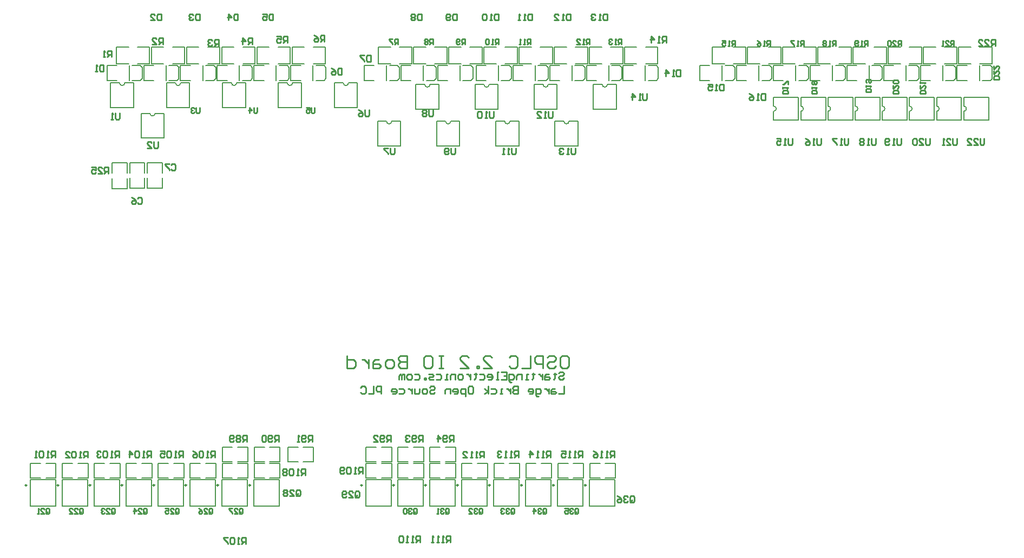
<source format=gbo>
%FSLAX42Y42*%
%MOMM*%
G71*
G01*
G75*
%ADD10C,0.20*%
%ADD11O,1.00X1.80*%
%ADD12R,1.00X1.80*%
%ADD13R,3.40X3.00*%
%ADD14R,1.10X1.00*%
%ADD15R,2.20X0.60*%
%ADD16R,1.50X1.30*%
%ADD17R,2.70X3.00*%
%ADD18R,2.60X2.00*%
%ADD19R,1.80X1.00*%
%ADD20O,1.80X1.00*%
%ADD21R,1.30X1.50*%
%ADD22R,1.00X0.85*%
%ADD23R,4.00X3.50*%
%ADD24R,2.00X1.00*%
%ADD25R,7.00X2.80*%
%ADD26R,0.60X1.50*%
%ADD27R,1.80X1.60*%
%ADD28R,2.50X2.70*%
%ADD29R,17.00X11.00*%
%ADD30C,0.25*%
%ADD31C,1.50*%
%ADD32C,2.00*%
%ADD33C,0.30*%
%ADD34C,1.00*%
%ADD35C,0.80*%
%ADD36C,0.40*%
%ADD37C,0.50*%
%ADD38R,3.00X11.50*%
%ADD39R,12.25X11.00*%
%ADD40R,13.50X1.20*%
%ADD41R,3.00X4.40*%
%ADD42R,0.80X4.00*%
%ADD43R,4.55X0.80*%
%ADD44R,7.75X5.25*%
%ADD45R,11.50X1.75*%
%ADD46R,11.75X1.25*%
%ADD47R,2.25X3.90*%
%ADD48R,3.50X23.00*%
%ADD49R,8.25X7.00*%
%ADD50C,4.50*%
%ADD51C,1.50*%
%ADD52R,1.50X1.50*%
%ADD53C,3.25*%
%ADD54C,3.00*%
%ADD55R,1.30X1.30*%
%ADD56C,1.30*%
%ADD57R,1.60X1.60*%
%ADD58C,1.60*%
%ADD59C,2.00*%
%ADD60C,2.50*%
%ADD61R,1.70X1.70*%
%ADD62C,1.70*%
%ADD63C,1.40*%
%ADD64C,1.00*%
%ADD65C,0.60*%
%ADD66C,1.20*%
%ADD67C,0.90*%
%ADD68R,0.85X1.00*%
%ADD69R,1.60X1.80*%
%ADD70R,1.25X1.60*%
%ADD71O,1.25X1.60*%
%ADD72C,0.60*%
%ADD73C,0.25*%
%ADD74R,0.68X5.20*%
%ADD75C,0.13*%
%ADD76R,0.80X0.50*%
%ADD77R,1.61X0.20*%
%ADD78C,0.06*%
%ADD79R,1.70X0.40*%
%ADD80R,7.00X1.50*%
%ADD81R,3.00X12.00*%
%ADD82R,2.00X2.00*%
%ADD83R,2.00X2.00*%
D10*
X14957Y-1725D02*
G03*
X14957Y-1645I0J40D01*
G01*
X14532Y-1725D02*
G03*
X14532Y-1645I0J40D01*
G01*
X14107Y-1725D02*
G03*
X14107Y-1645I0J40D01*
G01*
X13682Y-1725D02*
G03*
X13682Y-1645I0J40D01*
G01*
X13257Y-1725D02*
G03*
X13257Y-1645I0J40D01*
G01*
X12832Y-1725D02*
G03*
X12832Y-1645I0J40D01*
G01*
X12407Y-1725D02*
G03*
X12407Y-1645I0J40D01*
G01*
X11982Y-1725D02*
G03*
X11982Y-1645I0J40D01*
G01*
X9300Y-1307D02*
G03*
X9380Y-1307I40J0D01*
G01*
X8700Y-1883D02*
G03*
X8780Y-1883I40J0D01*
G01*
X8375Y-1307D02*
G03*
X8455Y-1307I40J0D01*
G01*
X7775Y-1883D02*
G03*
X7855Y-1883I40J0D01*
G01*
X7450Y-1307D02*
G03*
X7530Y-1307I40J0D01*
G01*
X6850Y-1883D02*
G03*
X6930Y-1883I40J0D01*
G01*
X6525Y-1307D02*
G03*
X6605Y-1307I40J0D01*
G01*
X5925Y-1883D02*
G03*
X6005Y-1883I40J0D01*
G01*
X5250Y-1282D02*
G03*
X5330Y-1282I40J0D01*
G01*
X4375D02*
G03*
X4455Y-1282I40J0D01*
G01*
X3500D02*
G03*
X3580Y-1282I40J0D01*
G01*
X2625D02*
G03*
X2705Y-1282I40J0D01*
G01*
X2225Y-1758D02*
G03*
X2305Y-1758I40J0D01*
G01*
X1750Y-1282D02*
G03*
X1830Y-1282I40J0D01*
G01*
X1865Y-2935D02*
Y-2775D01*
X1635Y-2935D02*
Y-2775D01*
Y-2935D02*
X1865D01*
X1635Y-2535D02*
X1865D01*
Y-2695D02*
Y-2535D01*
X1635Y-2695D02*
Y-2535D01*
X1910Y-2690D02*
Y-2530D01*
X2140Y-2690D02*
Y-2530D01*
X1910D02*
X2140D01*
X1910Y-2930D02*
X2140D01*
X1910D02*
Y-2770D01*
X2140Y-2930D02*
Y-2770D01*
X2185Y-2690D02*
Y-2530D01*
X2415Y-2690D02*
Y-2530D01*
X2185D02*
X2415D01*
X2185Y-2930D02*
X2415D01*
X2185D02*
Y-2770D01*
X2415Y-2930D02*
Y-2770D01*
X9105Y-7465D02*
X9265D01*
X9105Y-7235D02*
X9265D01*
X9105Y-7465D02*
Y-7235D01*
X9505Y-7465D02*
Y-7235D01*
X9345Y-7465D02*
X9505D01*
X9345Y-7235D02*
X9505D01*
X8605Y-7465D02*
X8765D01*
X8605Y-7235D02*
X8765D01*
X8605Y-7465D02*
Y-7235D01*
X9005Y-7465D02*
Y-7235D01*
X8845Y-7465D02*
X9005D01*
X8845Y-7235D02*
X9005D01*
X8105Y-7465D02*
X8265D01*
X8105Y-7235D02*
X8265D01*
X8105Y-7465D02*
Y-7235D01*
X8505Y-7465D02*
Y-7235D01*
X8345Y-7465D02*
X8505D01*
X8345Y-7235D02*
X8505D01*
X7605Y-7465D02*
X7765D01*
X7605Y-7235D02*
X7765D01*
X7605Y-7465D02*
Y-7235D01*
X8005Y-7465D02*
Y-7235D01*
X7845Y-7465D02*
X8005D01*
X7845Y-7235D02*
X8005D01*
X7105Y-7465D02*
X7265D01*
X7105Y-7235D02*
X7265D01*
X7105Y-7465D02*
Y-7235D01*
X7505Y-7465D02*
Y-7235D01*
X7345Y-7465D02*
X7505D01*
X7345Y-7235D02*
X7505D01*
X6605Y-7465D02*
X6765D01*
X6605Y-7235D02*
X6765D01*
X6605Y-7465D02*
Y-7235D01*
X7005Y-7465D02*
Y-7235D01*
X6845Y-7465D02*
X7005D01*
X6845Y-7235D02*
X7005D01*
X6105Y-7465D02*
X6265D01*
X6105Y-7235D02*
X6265D01*
X6105Y-7465D02*
Y-7235D01*
X6505Y-7465D02*
Y-7235D01*
X6345Y-7465D02*
X6505D01*
X6345Y-7235D02*
X6505D01*
X5605Y-7465D02*
X5765D01*
X5605Y-7235D02*
X5765D01*
X5605Y-7465D02*
Y-7235D01*
X6005Y-7465D02*
Y-7235D01*
X5845Y-7465D02*
X6005D01*
X5845Y-7235D02*
X6005D01*
X3855Y-7465D02*
X4015D01*
X3855Y-7235D02*
X4015D01*
X3855Y-7465D02*
Y-7235D01*
X4255Y-7465D02*
Y-7235D01*
X4095Y-7465D02*
X4255D01*
X4095Y-7235D02*
X4255D01*
X3355Y-7465D02*
X3515D01*
X3355Y-7235D02*
X3515D01*
X3355Y-7465D02*
Y-7235D01*
X3755Y-7465D02*
Y-7235D01*
X3595Y-7465D02*
X3755D01*
X3595Y-7235D02*
X3755D01*
X2855Y-7465D02*
X3015D01*
X2855Y-7235D02*
X3015D01*
X2855Y-7465D02*
Y-7235D01*
X3255Y-7465D02*
Y-7235D01*
X3095Y-7465D02*
X3255D01*
X3095Y-7235D02*
X3255D01*
X2355Y-7465D02*
X2515D01*
X2355Y-7235D02*
X2515D01*
X2355Y-7465D02*
Y-7235D01*
X2755Y-7465D02*
Y-7235D01*
X2595Y-7465D02*
X2755D01*
X2595Y-7235D02*
X2755D01*
X1855Y-7465D02*
X2015D01*
X1855Y-7235D02*
X2015D01*
X1855Y-7465D02*
Y-7235D01*
X2255Y-7465D02*
Y-7235D01*
X2095Y-7465D02*
X2255D01*
X2095Y-7235D02*
X2255D01*
X1355Y-7465D02*
X1515D01*
X1355Y-7235D02*
X1515D01*
X1355Y-7465D02*
Y-7235D01*
X1755Y-7465D02*
Y-7235D01*
X1595Y-7465D02*
X1755D01*
X1595Y-7235D02*
X1755D01*
X355Y-7465D02*
X515D01*
X355Y-7235D02*
X515D01*
X355Y-7465D02*
Y-7235D01*
X755Y-7465D02*
Y-7235D01*
X595Y-7465D02*
X755D01*
X595Y-7235D02*
X755D01*
X855Y-7465D02*
X1015D01*
X855Y-7235D02*
X1015D01*
X855Y-7465D02*
Y-7235D01*
X1255Y-7465D02*
Y-7235D01*
X1095Y-7465D02*
X1255D01*
X1095Y-7235D02*
X1255D01*
X9100Y-7910D02*
X9500D01*
Y-7490D01*
X9100D02*
X9500D01*
X9100Y-7910D02*
Y-7490D01*
X8600Y-7910D02*
X9000D01*
Y-7490D01*
X8600D02*
X9000D01*
X8600Y-7910D02*
Y-7490D01*
X8100Y-7910D02*
X8500D01*
Y-7490D01*
X8100D02*
X8500D01*
X8100Y-7910D02*
Y-7490D01*
X7600Y-7910D02*
X8000D01*
Y-7490D01*
X7600D02*
X8000D01*
X7600Y-7910D02*
Y-7490D01*
X7100Y-7910D02*
X7500D01*
Y-7490D01*
X7100D02*
X7500D01*
X7100Y-7910D02*
Y-7490D01*
X6600Y-7910D02*
X7000D01*
Y-7490D01*
X6600D02*
X7000D01*
X6600Y-7910D02*
Y-7490D01*
X6100Y-7910D02*
X6500D01*
Y-7490D01*
X6100D02*
X6500D01*
X6100Y-7910D02*
Y-7490D01*
X5600Y-7910D02*
X6000D01*
Y-7490D01*
X5600D02*
X6000D01*
X5600Y-7910D02*
Y-7490D01*
X3850Y-7910D02*
X4250D01*
Y-7490D01*
X3850D02*
X4250D01*
X3850Y-7910D02*
Y-7490D01*
X3350Y-7910D02*
X3750D01*
Y-7490D01*
X3350D02*
X3750D01*
X3350Y-7910D02*
Y-7490D01*
X2850Y-7910D02*
X3250D01*
Y-7490D01*
X2850D02*
X3250D01*
X2850Y-7910D02*
Y-7490D01*
X2350Y-7910D02*
X2750D01*
Y-7490D01*
X2350D02*
X2750D01*
X2350Y-7910D02*
Y-7490D01*
X1850Y-7910D02*
X2250D01*
Y-7490D01*
X1850D02*
X2250D01*
X1850Y-7910D02*
Y-7490D01*
X1350Y-7910D02*
X1750D01*
Y-7490D01*
X1350D02*
X1750D01*
X1350Y-7910D02*
Y-7490D01*
X850Y-7910D02*
X1250D01*
Y-7490D01*
X850D02*
X1250D01*
X850Y-7910D02*
Y-7490D01*
X350Y-7910D02*
X750D01*
Y-7490D01*
X350D02*
X750D01*
X350Y-7910D02*
Y-7490D01*
X3355Y-7215D02*
X3515D01*
X3355Y-6985D02*
X3515D01*
X3355Y-7215D02*
Y-6985D01*
X3755Y-7215D02*
Y-6985D01*
X3595Y-7215D02*
X3755D01*
X3595Y-6985D02*
X3755D01*
X3855Y-7215D02*
X4015D01*
X3855Y-6985D02*
X4015D01*
X3855Y-7215D02*
Y-6985D01*
X4255Y-7215D02*
Y-6985D01*
X4095Y-7215D02*
X4255D01*
X4095Y-6985D02*
X4255D01*
X4380Y-7215D02*
X4540D01*
X4380Y-6985D02*
X4540D01*
X4380Y-7215D02*
Y-6985D01*
X4780Y-7215D02*
Y-6985D01*
X4620Y-7215D02*
X4780D01*
X4620Y-6985D02*
X4780D01*
X5605Y-7215D02*
X5765D01*
X5605Y-6985D02*
X5765D01*
X5605Y-7215D02*
Y-6985D01*
X6005Y-7215D02*
Y-6985D01*
X5845Y-7215D02*
X6005D01*
X5845Y-6985D02*
X6005D01*
X6105Y-7215D02*
X6265D01*
X6105Y-6985D02*
X6265D01*
X6105Y-7215D02*
Y-6985D01*
X6505Y-7215D02*
Y-6985D01*
X6345Y-7215D02*
X6505D01*
X6345Y-6985D02*
X6505D01*
X6605Y-7215D02*
X6765D01*
X6605Y-6985D02*
X6765D01*
X6605Y-7215D02*
Y-6985D01*
X7005Y-7215D02*
Y-6985D01*
X6845Y-7215D02*
X7005D01*
X6845Y-6985D02*
X7005D01*
X14875Y-980D02*
Y-720D01*
X15395Y-980D02*
Y-720D01*
X15205Y-980D02*
X15395D01*
X15205Y-720D02*
X15395D01*
X14875Y-980D02*
X15065D01*
X14875Y-720D02*
X15065D01*
X14325Y-980D02*
Y-720D01*
X14845Y-980D02*
Y-720D01*
X14655Y-980D02*
X14845D01*
X14655Y-720D02*
X14845D01*
X14325Y-980D02*
X14515D01*
X14325Y-720D02*
X14515D01*
X13775Y-980D02*
Y-720D01*
X14295Y-980D02*
Y-720D01*
X14105Y-980D02*
X14295D01*
X14105Y-720D02*
X14295D01*
X13775Y-980D02*
X13965D01*
X13775Y-720D02*
X13965D01*
X13225Y-980D02*
Y-720D01*
X13745Y-980D02*
Y-720D01*
X13555Y-980D02*
X13745D01*
X13555Y-720D02*
X13745D01*
X13225Y-980D02*
X13415D01*
X13225Y-720D02*
X13415D01*
X12675Y-980D02*
Y-720D01*
X13195Y-980D02*
Y-720D01*
X13005Y-980D02*
X13195D01*
X13005Y-720D02*
X13195D01*
X12675Y-980D02*
X12865D01*
X12675Y-720D02*
X12865D01*
X12125Y-980D02*
Y-720D01*
X12645Y-980D02*
Y-720D01*
X12455Y-980D02*
X12645D01*
X12455Y-720D02*
X12645D01*
X12125Y-980D02*
X12315D01*
X12125Y-720D02*
X12315D01*
X11575Y-980D02*
Y-720D01*
X12095Y-980D02*
Y-720D01*
X11905Y-980D02*
X12095D01*
X11905Y-720D02*
X12095D01*
X11575Y-980D02*
X11765D01*
X11575Y-720D02*
X11765D01*
X11025Y-980D02*
Y-720D01*
X11545Y-980D02*
Y-720D01*
X11355Y-980D02*
X11545D01*
X11355Y-720D02*
X11545D01*
X11025Y-980D02*
X11215D01*
X11025Y-720D02*
X11215D01*
X15200Y-1245D02*
Y-1005D01*
X15248Y-1006D02*
X15372D01*
X15248Y-1244D02*
X15372D01*
X14852Y-1245D02*
X15007D01*
X15402Y-1212D02*
Y-1038D01*
X14852Y-1005D02*
X15007D01*
X14852Y-1245D02*
Y-1005D01*
X15372Y-1006D02*
X15403Y-1038D01*
X15372Y-1244D02*
X15403Y-1212D01*
X14625Y-1245D02*
Y-1005D01*
X14673Y-1006D02*
X14797D01*
X14673Y-1244D02*
X14797D01*
X14277Y-1245D02*
X14432D01*
X14827Y-1212D02*
Y-1038D01*
X14277Y-1005D02*
X14432D01*
X14277Y-1245D02*
Y-1005D01*
X14797Y-1006D02*
X14828Y-1038D01*
X14797Y-1244D02*
X14828Y-1212D01*
X14050Y-1245D02*
Y-1005D01*
X14098Y-1006D02*
X14222D01*
X14098Y-1244D02*
X14222D01*
X13702Y-1245D02*
X13857D01*
X14252Y-1212D02*
Y-1038D01*
X13702Y-1005D02*
X13857D01*
X13702Y-1245D02*
Y-1005D01*
X14222Y-1006D02*
X14253Y-1038D01*
X14222Y-1244D02*
X14253Y-1212D01*
X13475Y-1245D02*
Y-1005D01*
X13523Y-1006D02*
X13647D01*
X13523Y-1244D02*
X13647D01*
X13127Y-1245D02*
X13282D01*
X13677Y-1212D02*
Y-1038D01*
X13127Y-1005D02*
X13282D01*
X13127Y-1245D02*
Y-1005D01*
X13647Y-1006D02*
X13678Y-1038D01*
X13647Y-1244D02*
X13678Y-1212D01*
X12900Y-1245D02*
Y-1005D01*
X12948Y-1006D02*
X13072D01*
X12948Y-1244D02*
X13072D01*
X12553Y-1245D02*
X12707D01*
X13102Y-1212D02*
Y-1038D01*
X12553Y-1005D02*
X12707D01*
X12553Y-1245D02*
Y-1005D01*
X13072Y-1006D02*
X13103Y-1038D01*
X13072Y-1244D02*
X13103Y-1212D01*
X12325Y-1245D02*
Y-1005D01*
X12372Y-1006D02*
X12497D01*
X12372Y-1244D02*
X12497D01*
X11978Y-1245D02*
X12132D01*
X12528Y-1212D02*
Y-1038D01*
X11978Y-1005D02*
X12132D01*
X11978Y-1245D02*
Y-1005D01*
X12497Y-1006D02*
X12528Y-1038D01*
X12497Y-1244D02*
X12528Y-1212D01*
X11750Y-1245D02*
Y-1005D01*
X11797Y-1006D02*
X11922D01*
X11797Y-1244D02*
X11922D01*
X11403Y-1245D02*
X11557D01*
X11953Y-1212D02*
Y-1038D01*
X11403Y-1005D02*
X11557D01*
X11403Y-1245D02*
Y-1005D01*
X11922Y-1006D02*
X11953Y-1038D01*
X11922Y-1244D02*
X11953Y-1212D01*
X11175Y-1245D02*
Y-1005D01*
X11222Y-1006D02*
X11347D01*
X11222Y-1244D02*
X11347D01*
X10828Y-1245D02*
X10982D01*
X11378Y-1212D02*
Y-1038D01*
X10828Y-1005D02*
X10982D01*
X10828Y-1245D02*
Y-1005D01*
X11347Y-1006D02*
X11378Y-1038D01*
X11347Y-1244D02*
X11378Y-1212D01*
X14957Y-1505D02*
X15345D01*
Y-1865D02*
Y-1505D01*
X14957Y-1865D02*
Y-1725D01*
Y-1865D02*
X15345D01*
X14957Y-1645D02*
Y-1505D01*
X14532D02*
X14920D01*
Y-1865D02*
Y-1505D01*
X14532Y-1865D02*
Y-1725D01*
Y-1865D02*
X14920D01*
X14532Y-1645D02*
Y-1505D01*
X14107D02*
X14495D01*
Y-1865D02*
Y-1505D01*
X14107Y-1865D02*
Y-1725D01*
Y-1865D02*
X14495D01*
X14107Y-1645D02*
Y-1505D01*
X13682D02*
X14070D01*
Y-1865D02*
Y-1505D01*
X13682Y-1865D02*
Y-1725D01*
Y-1865D02*
X14070D01*
X13682Y-1645D02*
Y-1505D01*
X13257D02*
X13645D01*
Y-1865D02*
Y-1505D01*
X13257Y-1865D02*
Y-1725D01*
Y-1865D02*
X13645D01*
X13257Y-1645D02*
Y-1505D01*
X12832D02*
X13220D01*
Y-1865D02*
Y-1505D01*
X12832Y-1865D02*
Y-1725D01*
Y-1865D02*
X13220D01*
X12832Y-1645D02*
Y-1505D01*
X12407D02*
X12795D01*
Y-1865D02*
Y-1505D01*
X12407Y-1865D02*
Y-1725D01*
Y-1865D02*
X12795D01*
X12407Y-1645D02*
Y-1505D01*
X11982D02*
X12370D01*
Y-1865D02*
Y-1505D01*
X11982Y-1865D02*
Y-1725D01*
Y-1865D02*
X12370D01*
X11982Y-1645D02*
Y-1505D01*
X9650Y-980D02*
Y-720D01*
X10170Y-980D02*
Y-720D01*
X9980Y-980D02*
X10170D01*
X9980Y-720D02*
X10170D01*
X9650Y-980D02*
X9840D01*
X9650Y-720D02*
X9840D01*
X9100Y-980D02*
Y-720D01*
X9620Y-980D02*
Y-720D01*
X9430Y-980D02*
X9620D01*
X9430Y-720D02*
X9620D01*
X9100Y-980D02*
X9290D01*
X9100Y-720D02*
X9290D01*
X8550Y-980D02*
Y-720D01*
X9070Y-980D02*
Y-720D01*
X8880Y-980D02*
X9070D01*
X8880Y-720D02*
X9070D01*
X8550Y-980D02*
X8740D01*
X8550Y-720D02*
X8740D01*
X8000Y-980D02*
Y-720D01*
X8520Y-980D02*
Y-720D01*
X8330Y-980D02*
X8520D01*
X8330Y-720D02*
X8520D01*
X8000Y-980D02*
X8190D01*
X8000Y-720D02*
X8190D01*
X7450Y-980D02*
Y-720D01*
X7970Y-980D02*
Y-720D01*
X7780Y-980D02*
X7970D01*
X7780Y-720D02*
X7970D01*
X7450Y-980D02*
X7640D01*
X7450Y-720D02*
X7640D01*
X6900Y-980D02*
Y-720D01*
X7420Y-980D02*
Y-720D01*
X7230Y-980D02*
X7420D01*
X7230Y-720D02*
X7420D01*
X6900Y-980D02*
X7090D01*
X6900Y-720D02*
X7090D01*
X6350Y-980D02*
Y-720D01*
X6870Y-980D02*
Y-720D01*
X6680Y-980D02*
X6870D01*
X6680Y-720D02*
X6870D01*
X6350Y-980D02*
X6540D01*
X6350Y-720D02*
X6540D01*
X5800Y-980D02*
Y-720D01*
X6320Y-980D02*
Y-720D01*
X6130Y-980D02*
X6320D01*
X6130Y-720D02*
X6320D01*
X5800Y-980D02*
X5990D01*
X5800Y-720D02*
X5990D01*
X4450Y-980D02*
Y-720D01*
X4970Y-980D02*
Y-720D01*
X4780Y-980D02*
X4970D01*
X4780Y-720D02*
X4970D01*
X4450Y-980D02*
X4640D01*
X4450Y-720D02*
X4640D01*
X3900Y-980D02*
Y-720D01*
X4420Y-980D02*
Y-720D01*
X4230Y-980D02*
X4420D01*
X4230Y-720D02*
X4420D01*
X3900Y-980D02*
X4090D01*
X3900Y-720D02*
X4090D01*
X3350Y-980D02*
Y-720D01*
X3870Y-980D02*
Y-720D01*
X3680Y-980D02*
X3870D01*
X3680Y-720D02*
X3870D01*
X3350Y-980D02*
X3540D01*
X3350Y-720D02*
X3540D01*
X2800Y-980D02*
Y-720D01*
X3320Y-980D02*
Y-720D01*
X3130Y-980D02*
X3320D01*
X3130Y-720D02*
X3320D01*
X2800Y-980D02*
X2990D01*
X2800Y-720D02*
X2990D01*
X2250Y-980D02*
Y-720D01*
X2770Y-980D02*
Y-720D01*
X2580Y-980D02*
X2770D01*
X2580Y-720D02*
X2770D01*
X2250Y-980D02*
X2440D01*
X2250Y-720D02*
X2440D01*
X1700Y-980D02*
Y-720D01*
X2220Y-980D02*
Y-720D01*
X2030Y-980D02*
X2220D01*
X2030Y-720D02*
X2220D01*
X1700Y-980D02*
X1890D01*
X1700Y-720D02*
X1890D01*
X9975Y-1245D02*
Y-1005D01*
X10022Y-1006D02*
X10147D01*
X10022Y-1244D02*
X10147D01*
X9628Y-1245D02*
X9782D01*
X10178Y-1212D02*
Y-1038D01*
X9628Y-1005D02*
X9782D01*
X9628Y-1245D02*
Y-1005D01*
X10147Y-1006D02*
X10178Y-1038D01*
X10147Y-1244D02*
X10178Y-1212D01*
X9400Y-1245D02*
Y-1005D01*
X9447Y-1006D02*
X9572D01*
X9447Y-1244D02*
X9572D01*
X9053Y-1245D02*
X9207D01*
X9603Y-1212D02*
Y-1038D01*
X9053Y-1005D02*
X9207D01*
X9053Y-1245D02*
Y-1005D01*
X9572Y-1006D02*
X9603Y-1038D01*
X9572Y-1244D02*
X9603Y-1212D01*
X8825Y-1245D02*
Y-1005D01*
X8872Y-1006D02*
X8997D01*
X8872Y-1244D02*
X8997D01*
X8478Y-1245D02*
X8632D01*
X9028Y-1212D02*
Y-1038D01*
X8478Y-1005D02*
X8632D01*
X8478Y-1245D02*
Y-1005D01*
X8997Y-1006D02*
X9028Y-1038D01*
X8997Y-1244D02*
X9028Y-1212D01*
X8250Y-1245D02*
Y-1005D01*
X8297Y-1006D02*
X8422D01*
X8297Y-1244D02*
X8422D01*
X7903Y-1245D02*
X8057D01*
X8453Y-1212D02*
Y-1038D01*
X7903Y-1005D02*
X8057D01*
X7903Y-1245D02*
Y-1005D01*
X8422Y-1006D02*
X8453Y-1038D01*
X8422Y-1244D02*
X8453Y-1212D01*
X7675Y-1245D02*
Y-1005D01*
X7722Y-1006D02*
X7847D01*
X7722Y-1244D02*
X7847D01*
X7328Y-1245D02*
X7482D01*
X7878Y-1212D02*
Y-1038D01*
X7328Y-1005D02*
X7482D01*
X7328Y-1245D02*
Y-1005D01*
X7847Y-1006D02*
X7878Y-1038D01*
X7847Y-1244D02*
X7878Y-1212D01*
X7075Y-1245D02*
Y-1005D01*
X7122Y-1006D02*
X7247D01*
X7122Y-1244D02*
X7247D01*
X6728Y-1245D02*
X6882D01*
X7278Y-1212D02*
Y-1038D01*
X6728Y-1005D02*
X6882D01*
X6728Y-1245D02*
Y-1005D01*
X7247Y-1006D02*
X7278Y-1038D01*
X7247Y-1244D02*
X7278Y-1212D01*
X6500Y-1245D02*
Y-1005D01*
X6547Y-1006D02*
X6672D01*
X6547Y-1244D02*
X6672D01*
X6153Y-1245D02*
X6308D01*
X6703Y-1212D02*
Y-1038D01*
X6153Y-1005D02*
X6308D01*
X6153Y-1245D02*
Y-1005D01*
X6672Y-1006D02*
X6703Y-1038D01*
X6672Y-1244D02*
X6703Y-1212D01*
X5925Y-1245D02*
Y-1005D01*
X5972Y-1006D02*
X6097D01*
X5972Y-1244D02*
X6097D01*
X5578Y-1245D02*
X5733D01*
X6128Y-1212D02*
Y-1038D01*
X5578Y-1005D02*
X5733D01*
X5578Y-1245D02*
Y-1005D01*
X6097Y-1006D02*
X6128Y-1038D01*
X6097Y-1244D02*
X6128Y-1212D01*
X4775Y-1245D02*
Y-1005D01*
X4822Y-1006D02*
X4947D01*
X4822Y-1244D02*
X4947D01*
X4428Y-1245D02*
X4583D01*
X4978Y-1212D02*
Y-1038D01*
X4428Y-1005D02*
X4583D01*
X4428Y-1245D02*
Y-1005D01*
X4947Y-1006D02*
X4978Y-1038D01*
X4947Y-1244D02*
X4978Y-1212D01*
X4200Y-1245D02*
Y-1005D01*
X4247Y-1006D02*
X4372D01*
X4247Y-1244D02*
X4372D01*
X3853Y-1245D02*
X4008D01*
X4403Y-1212D02*
Y-1038D01*
X3853Y-1005D02*
X4008D01*
X3853Y-1245D02*
Y-1005D01*
X4372Y-1006D02*
X4403Y-1038D01*
X4372Y-1244D02*
X4403Y-1212D01*
X3625Y-1245D02*
Y-1005D01*
X3672Y-1006D02*
X3797D01*
X3672Y-1244D02*
X3797D01*
X3278Y-1245D02*
X3433D01*
X3828Y-1212D02*
Y-1038D01*
X3278Y-1005D02*
X3433D01*
X3278Y-1245D02*
Y-1005D01*
X3797Y-1006D02*
X3828Y-1038D01*
X3797Y-1244D02*
X3828Y-1212D01*
X3050Y-1245D02*
Y-1005D01*
X3098Y-1006D02*
X3222D01*
X3098Y-1244D02*
X3222D01*
X2702Y-1245D02*
X2858D01*
X3253Y-1212D02*
Y-1038D01*
X2702Y-1005D02*
X2858D01*
X2702Y-1245D02*
Y-1005D01*
X3222Y-1006D02*
X3253Y-1038D01*
X3222Y-1244D02*
X3253Y-1212D01*
X2475Y-1245D02*
Y-1005D01*
X2523Y-1006D02*
X2647D01*
X2523Y-1244D02*
X2647D01*
X2127Y-1245D02*
X2283D01*
X2677Y-1212D02*
Y-1038D01*
X2127Y-1005D02*
X2283D01*
X2127Y-1245D02*
Y-1005D01*
X2647Y-1006D02*
X2678Y-1038D01*
X2647Y-1244D02*
X2678Y-1212D01*
X1900Y-1245D02*
Y-1005D01*
X1948Y-1006D02*
X2072D01*
X1948Y-1244D02*
X2072D01*
X1552Y-1245D02*
X1708D01*
X2102Y-1212D02*
Y-1038D01*
X1552Y-1005D02*
X1708D01*
X1552Y-1245D02*
Y-1005D01*
X2072Y-1006D02*
X2103Y-1038D01*
X2072Y-1244D02*
X2103Y-1212D01*
X9520Y-1695D02*
Y-1307D01*
X9160Y-1695D02*
X9520D01*
X9160Y-1307D02*
X9300D01*
X9160Y-1695D02*
Y-1307D01*
X9380D02*
X9520D01*
X8920Y-2270D02*
Y-1883D01*
X8560Y-2270D02*
X8920D01*
X8560Y-1883D02*
X8700D01*
X8560Y-2270D02*
Y-1883D01*
X8780D02*
X8920D01*
X8595Y-1695D02*
Y-1307D01*
X8235Y-1695D02*
X8595D01*
X8235Y-1307D02*
X8375D01*
X8235Y-1695D02*
Y-1307D01*
X8455D02*
X8595D01*
X7995Y-2270D02*
Y-1883D01*
X7635Y-2270D02*
X7995D01*
X7635Y-1883D02*
X7775D01*
X7635Y-2270D02*
Y-1883D01*
X7855D02*
X7995D01*
X7670Y-1695D02*
Y-1307D01*
X7310Y-1695D02*
X7670D01*
X7310Y-1307D02*
X7450D01*
X7310Y-1695D02*
Y-1307D01*
X7530D02*
X7670D01*
X7070Y-2270D02*
Y-1883D01*
X6710Y-2270D02*
X7070D01*
X6710Y-1883D02*
X6850D01*
X6710Y-2270D02*
Y-1883D01*
X6930D02*
X7070D01*
X6745Y-1695D02*
Y-1307D01*
X6385Y-1695D02*
X6745D01*
X6385Y-1307D02*
X6525D01*
X6385Y-1695D02*
Y-1307D01*
X6605D02*
X6745D01*
X6145Y-2270D02*
Y-1883D01*
X5785Y-2270D02*
X6145D01*
X5785Y-1883D02*
X5925D01*
X5785Y-2270D02*
Y-1883D01*
X6005D02*
X6145D01*
X5470Y-1670D02*
Y-1282D01*
X5110Y-1670D02*
X5470D01*
X5110Y-1282D02*
X5250D01*
X5110Y-1670D02*
Y-1282D01*
X5330D02*
X5470D01*
X4595Y-1670D02*
Y-1282D01*
X4235Y-1670D02*
X4595D01*
X4235Y-1282D02*
X4375D01*
X4235Y-1670D02*
Y-1282D01*
X4455D02*
X4595D01*
X3720Y-1670D02*
Y-1282D01*
X3360Y-1670D02*
X3720D01*
X3360Y-1282D02*
X3500D01*
X3360Y-1670D02*
Y-1282D01*
X3580D02*
X3720D01*
X2845Y-1670D02*
Y-1282D01*
X2485Y-1670D02*
X2845D01*
X2485Y-1282D02*
X2625D01*
X2485Y-1670D02*
Y-1282D01*
X2705D02*
X2845D01*
X2445Y-2145D02*
Y-1758D01*
X2085Y-2145D02*
X2445D01*
X2085Y-1758D02*
X2225D01*
X2085Y-2145D02*
Y-1758D01*
X2305D02*
X2445D01*
X1970Y-1670D02*
Y-1282D01*
X1610Y-1670D02*
X1970D01*
X1610Y-1282D02*
X1750D01*
X1610Y-1670D02*
Y-1282D01*
X1830D02*
X1970D01*
D30*
X15275Y-2150D02*
Y-2233D01*
X15258Y-2250D01*
X15225D01*
X15208Y-2233D01*
Y-2150D01*
X15108Y-2250D02*
X15175D01*
X15108Y-2183D01*
Y-2167D01*
X15125Y-2150D01*
X15158D01*
X15175Y-2167D01*
X15008Y-2250D02*
X15075D01*
X15008Y-2183D01*
Y-2167D01*
X15025Y-2150D01*
X15058D01*
X15075Y-2167D01*
X14850Y-2150D02*
Y-2233D01*
X14833Y-2250D01*
X14800D01*
X14783Y-2233D01*
Y-2150D01*
X14683Y-2250D02*
X14750D01*
X14683Y-2183D01*
Y-2167D01*
X14700Y-2150D01*
X14733D01*
X14750Y-2167D01*
X14650Y-2250D02*
X14617D01*
X14633D01*
Y-2150D01*
X14650Y-2167D01*
X14425Y-2150D02*
Y-2233D01*
X14408Y-2250D01*
X14375D01*
X14358Y-2233D01*
Y-2150D01*
X14258Y-2250D02*
X14325D01*
X14258Y-2183D01*
Y-2167D01*
X14275Y-2150D01*
X14308D01*
X14325Y-2167D01*
X14225D02*
X14208Y-2150D01*
X14175D01*
X14158Y-2167D01*
Y-2233D01*
X14175Y-2250D01*
X14208D01*
X14225Y-2233D01*
Y-2167D01*
X13975Y-2150D02*
Y-2233D01*
X13958Y-2250D01*
X13925D01*
X13908Y-2233D01*
Y-2150D01*
X13875Y-2250D02*
X13842D01*
X13858D01*
Y-2150D01*
X13875Y-2167D01*
X13792Y-2233D02*
X13775Y-2250D01*
X13742D01*
X13725Y-2233D01*
Y-2167D01*
X13742Y-2150D01*
X13775D01*
X13792Y-2167D01*
Y-2183D01*
X13775Y-2200D01*
X13725D01*
X13575Y-2150D02*
Y-2233D01*
X13558Y-2250D01*
X13525D01*
X13508Y-2233D01*
Y-2150D01*
X13475Y-2250D02*
X13442D01*
X13458D01*
Y-2150D01*
X13475Y-2167D01*
X13392D02*
X13375Y-2150D01*
X13342D01*
X13325Y-2167D01*
Y-2183D01*
X13342Y-2200D01*
X13325Y-2217D01*
Y-2233D01*
X13342Y-2250D01*
X13375D01*
X13392Y-2233D01*
Y-2217D01*
X13375Y-2200D01*
X13392Y-2183D01*
Y-2167D01*
X13375Y-2200D02*
X13342D01*
X13150Y-2150D02*
Y-2233D01*
X13133Y-2250D01*
X13100D01*
X13083Y-2233D01*
Y-2150D01*
X13050Y-2250D02*
X13017D01*
X13033D01*
Y-2150D01*
X13050Y-2167D01*
X12967Y-2150D02*
X12900D01*
Y-2167D01*
X12967Y-2233D01*
Y-2250D01*
X12725Y-2150D02*
Y-2233D01*
X12708Y-2250D01*
X12675D01*
X12658Y-2233D01*
Y-2150D01*
X12625Y-2250D02*
X12592D01*
X12608D01*
Y-2150D01*
X12625Y-2167D01*
X12475Y-2150D02*
X12508Y-2167D01*
X12542Y-2200D01*
Y-2233D01*
X12525Y-2250D01*
X12492D01*
X12475Y-2233D01*
Y-2217D01*
X12492Y-2200D01*
X12542D01*
X12275Y-2150D02*
Y-2233D01*
X12258Y-2250D01*
X12225D01*
X12208Y-2233D01*
Y-2150D01*
X12175Y-2250D02*
X12142D01*
X12158D01*
Y-2150D01*
X12175Y-2167D01*
X12025Y-2150D02*
X12092D01*
Y-2200D01*
X12058Y-2183D01*
X12042D01*
X12025Y-2200D01*
Y-2233D01*
X12042Y-2250D01*
X12075D01*
X12092Y-2233D01*
X10000Y-1450D02*
Y-1533D01*
X9983Y-1550D01*
X9950D01*
X9933Y-1533D01*
Y-1450D01*
X9900Y-1550D02*
X9867D01*
X9883D01*
Y-1450D01*
X9900Y-1467D01*
X9767Y-1550D02*
Y-1450D01*
X9817Y-1500D01*
X9750D01*
X8875Y-2300D02*
Y-2383D01*
X8858Y-2400D01*
X8825D01*
X8808Y-2383D01*
Y-2300D01*
X8775Y-2400D02*
X8742D01*
X8758D01*
Y-2300D01*
X8775Y-2317D01*
X8692D02*
X8675Y-2300D01*
X8642D01*
X8625Y-2317D01*
Y-2333D01*
X8642Y-2350D01*
X8658D01*
X8642D01*
X8625Y-2367D01*
Y-2383D01*
X8642Y-2400D01*
X8675D01*
X8692Y-2383D01*
X8525Y-1725D02*
Y-1808D01*
X8508Y-1825D01*
X8475D01*
X8458Y-1808D01*
Y-1725D01*
X8425Y-1825D02*
X8392D01*
X8408D01*
Y-1725D01*
X8425Y-1742D01*
X8275Y-1825D02*
X8342D01*
X8275Y-1758D01*
Y-1742D01*
X8292Y-1725D01*
X8325D01*
X8342Y-1742D01*
X7950Y-2300D02*
Y-2383D01*
X7933Y-2400D01*
X7900D01*
X7883Y-2383D01*
Y-2300D01*
X7850Y-2400D02*
X7817D01*
X7833D01*
Y-2300D01*
X7850Y-2317D01*
X7767Y-2400D02*
X7733D01*
X7750D01*
Y-2300D01*
X7767Y-2317D01*
X7600Y-1725D02*
Y-1808D01*
X7583Y-1825D01*
X7550D01*
X7533Y-1808D01*
Y-1725D01*
X7500Y-1825D02*
X7467D01*
X7483D01*
Y-1725D01*
X7500Y-1742D01*
X7417D02*
X7400Y-1725D01*
X7367D01*
X7350Y-1742D01*
Y-1808D01*
X7367Y-1825D01*
X7400D01*
X7417Y-1808D01*
Y-1742D01*
X7000Y-2300D02*
Y-2383D01*
X6983Y-2400D01*
X6950D01*
X6933Y-2383D01*
Y-2300D01*
X6900Y-2383D02*
X6883Y-2400D01*
X6850D01*
X6833Y-2383D01*
Y-2317D01*
X6850Y-2300D01*
X6883D01*
X6900Y-2317D01*
Y-2333D01*
X6883Y-2350D01*
X6833D01*
X6650Y-1700D02*
Y-1783D01*
X6633Y-1800D01*
X6600D01*
X6583Y-1783D01*
Y-1700D01*
X6550Y-1717D02*
X6533Y-1700D01*
X6500D01*
X6483Y-1717D01*
Y-1733D01*
X6500Y-1750D01*
X6483Y-1767D01*
Y-1783D01*
X6500Y-1800D01*
X6533D01*
X6550Y-1783D01*
Y-1767D01*
X6533Y-1750D01*
X6550Y-1733D01*
Y-1717D01*
X6533Y-1750D02*
X6500D01*
X6050Y-2300D02*
Y-2383D01*
X6033Y-2400D01*
X6000D01*
X5983Y-2383D01*
Y-2300D01*
X5950D02*
X5883D01*
Y-2317D01*
X5950Y-2383D01*
Y-2400D01*
X5650Y-1700D02*
Y-1783D01*
X5633Y-1800D01*
X5600D01*
X5583Y-1783D01*
Y-1700D01*
X5483D02*
X5517Y-1717D01*
X5550Y-1750D01*
Y-1783D01*
X5533Y-1800D01*
X5500D01*
X5483Y-1783D01*
Y-1767D01*
X5500Y-1750D01*
X5550D01*
X4800Y-1670D02*
Y-1737D01*
X4787Y-1750D01*
X4760D01*
X4747Y-1737D01*
Y-1670D01*
X4667D02*
X4720D01*
Y-1710D01*
X4693Y-1697D01*
X4680D01*
X4667Y-1710D01*
Y-1737D01*
X4680Y-1750D01*
X4707D01*
X4720Y-1737D01*
X3900Y-1670D02*
Y-1737D01*
X3887Y-1750D01*
X3860D01*
X3847Y-1737D01*
Y-1670D01*
X3780Y-1750D02*
Y-1670D01*
X3820Y-1710D01*
X3767D01*
X3000Y-1670D02*
Y-1737D01*
X2987Y-1750D01*
X2960D01*
X2947Y-1737D01*
Y-1670D01*
X2920Y-1683D02*
X2907Y-1670D01*
X2880D01*
X2867Y-1683D01*
Y-1697D01*
X2880Y-1710D01*
X2893D01*
X2880D01*
X2867Y-1723D01*
Y-1737D01*
X2880Y-1750D01*
X2907D01*
X2920Y-1737D01*
X2350Y-2200D02*
Y-2283D01*
X2333Y-2300D01*
X2300D01*
X2283Y-2283D01*
Y-2200D01*
X2183Y-2300D02*
X2250D01*
X2183Y-2233D01*
Y-2217D01*
X2200Y-2200D01*
X2233D01*
X2250Y-2217D01*
X1750Y-1750D02*
Y-1833D01*
X1733Y-1850D01*
X1700D01*
X1683Y-1833D01*
Y-1750D01*
X1650Y-1850D02*
X1617D01*
X1633D01*
Y-1750D01*
X1650Y-1767D01*
X6975Y-6900D02*
Y-6800D01*
X6925D01*
X6908Y-6817D01*
Y-6850D01*
X6925Y-6867D01*
X6975D01*
X6942D02*
X6908Y-6900D01*
X6875Y-6883D02*
X6858Y-6900D01*
X6825D01*
X6808Y-6883D01*
Y-6817D01*
X6825Y-6800D01*
X6858D01*
X6875Y-6817D01*
Y-6833D01*
X6858Y-6850D01*
X6808D01*
X6725Y-6900D02*
Y-6800D01*
X6775Y-6850D01*
X6708D01*
X6491Y-6898D02*
Y-6798D01*
X6441D01*
X6424Y-6815D01*
Y-6848D01*
X6441Y-6865D01*
X6491D01*
X6457D02*
X6424Y-6898D01*
X6391Y-6881D02*
X6374Y-6898D01*
X6341D01*
X6324Y-6881D01*
Y-6815D01*
X6341Y-6798D01*
X6374D01*
X6391Y-6815D01*
Y-6831D01*
X6374Y-6848D01*
X6324D01*
X6291Y-6815D02*
X6274Y-6798D01*
X6241D01*
X6224Y-6815D01*
Y-6831D01*
X6241Y-6848D01*
X6257D01*
X6241D01*
X6224Y-6865D01*
Y-6881D01*
X6241Y-6898D01*
X6274D01*
X6291Y-6881D01*
X5990Y-6898D02*
Y-6798D01*
X5941D01*
X5924Y-6815D01*
Y-6848D01*
X5941Y-6865D01*
X5990D01*
X5957D02*
X5924Y-6898D01*
X5891Y-6881D02*
X5874Y-6898D01*
X5841D01*
X5824Y-6881D01*
Y-6815D01*
X5841Y-6798D01*
X5874D01*
X5891Y-6815D01*
Y-6831D01*
X5874Y-6848D01*
X5824D01*
X5724Y-6898D02*
X5791D01*
X5724Y-6831D01*
Y-6815D01*
X5741Y-6798D01*
X5774D01*
X5791Y-6815D01*
X4764Y-6898D02*
Y-6798D01*
X4714D01*
X4697Y-6815D01*
Y-6848D01*
X4714Y-6865D01*
X4764D01*
X4731D02*
X4697Y-6898D01*
X4664Y-6881D02*
X4647Y-6898D01*
X4614D01*
X4598Y-6881D01*
Y-6815D01*
X4614Y-6798D01*
X4647D01*
X4664Y-6815D01*
Y-6831D01*
X4647Y-6848D01*
X4598D01*
X4564Y-6898D02*
X4531D01*
X4548D01*
Y-6798D01*
X4564Y-6815D01*
X4240Y-6898D02*
Y-6798D01*
X4190D01*
X4174Y-6815D01*
Y-6848D01*
X4190Y-6865D01*
X4240D01*
X4207D02*
X4174Y-6898D01*
X4140Y-6881D02*
X4124Y-6898D01*
X4090D01*
X4074Y-6881D01*
Y-6815D01*
X4090Y-6798D01*
X4124D01*
X4140Y-6815D01*
Y-6831D01*
X4124Y-6848D01*
X4074D01*
X4040Y-6815D02*
X4024Y-6798D01*
X3990D01*
X3974Y-6815D01*
Y-6881D01*
X3990Y-6898D01*
X4024D01*
X4040Y-6881D01*
Y-6815D01*
X3739Y-6898D02*
Y-6798D01*
X3689D01*
X3672Y-6815D01*
Y-6848D01*
X3689Y-6865D01*
X3739D01*
X3706D02*
X3672Y-6898D01*
X3639Y-6815D02*
X3622Y-6798D01*
X3589D01*
X3572Y-6815D01*
Y-6831D01*
X3589Y-6848D01*
X3572Y-6865D01*
Y-6881D01*
X3589Y-6898D01*
X3622D01*
X3639Y-6881D01*
Y-6865D01*
X3622Y-6848D01*
X3639Y-6831D01*
Y-6815D01*
X3622Y-6848D02*
X3589D01*
X3539Y-6881D02*
X3522Y-6898D01*
X3489D01*
X3472Y-6881D01*
Y-6815D01*
X3489Y-6798D01*
X3522D01*
X3539Y-6815D01*
Y-6831D01*
X3522Y-6848D01*
X3472D01*
X15450Y-700D02*
Y-600D01*
X15400D01*
X15383Y-617D01*
Y-650D01*
X15400Y-667D01*
X15450D01*
X15417D02*
X15383Y-700D01*
X15283D02*
X15350D01*
X15283Y-633D01*
Y-617D01*
X15300Y-600D01*
X15333D01*
X15350Y-617D01*
X15183Y-700D02*
X15250D01*
X15183Y-633D01*
Y-617D01*
X15200Y-600D01*
X15233D01*
X15250Y-617D01*
X14800Y-700D02*
Y-620D01*
X14760D01*
X14747Y-633D01*
Y-660D01*
X14760Y-673D01*
X14800D01*
X14773D02*
X14747Y-700D01*
X14667D02*
X14720D01*
X14667Y-647D01*
Y-633D01*
X14680Y-620D01*
X14707D01*
X14720Y-633D01*
X14640Y-700D02*
X14613D01*
X14627D01*
Y-620D01*
X14640Y-633D01*
X13975Y-700D02*
Y-620D01*
X13935D01*
X13922Y-633D01*
Y-660D01*
X13935Y-673D01*
X13975D01*
X13948D02*
X13922Y-700D01*
X13842D02*
X13895D01*
X13842Y-647D01*
Y-633D01*
X13855Y-620D01*
X13882D01*
X13895Y-633D01*
X13815D02*
X13802Y-620D01*
X13775D01*
X13762Y-633D01*
Y-687D01*
X13775Y-700D01*
X13802D01*
X13815Y-687D01*
Y-633D01*
X13450Y-700D02*
Y-620D01*
X13410D01*
X13397Y-633D01*
Y-660D01*
X13410Y-673D01*
X13450D01*
X13423D02*
X13397Y-700D01*
X13370D02*
X13343D01*
X13357D01*
Y-620D01*
X13370Y-633D01*
X13303Y-687D02*
X13290Y-700D01*
X13263D01*
X13250Y-687D01*
Y-633D01*
X13263Y-620D01*
X13290D01*
X13303Y-633D01*
Y-647D01*
X13290Y-660D01*
X13250D01*
X12950Y-700D02*
Y-620D01*
X12910D01*
X12897Y-633D01*
Y-660D01*
X12910Y-673D01*
X12950D01*
X12923D02*
X12897Y-700D01*
X12870D02*
X12843D01*
X12857D01*
Y-620D01*
X12870Y-633D01*
X12803D02*
X12790Y-620D01*
X12763D01*
X12750Y-633D01*
Y-647D01*
X12763Y-660D01*
X12750Y-673D01*
Y-687D01*
X12763Y-700D01*
X12790D01*
X12803Y-687D01*
Y-673D01*
X12790Y-660D01*
X12803Y-647D01*
Y-633D01*
X12790Y-660D02*
X12763D01*
X12450Y-700D02*
Y-620D01*
X12410D01*
X12397Y-633D01*
Y-660D01*
X12410Y-673D01*
X12450D01*
X12423D02*
X12397Y-700D01*
X12370D02*
X12343D01*
X12357D01*
Y-620D01*
X12370Y-633D01*
X12303Y-620D02*
X12250D01*
Y-633D01*
X12303Y-687D01*
Y-700D01*
X11925D02*
Y-620D01*
X11885D01*
X11872Y-633D01*
Y-660D01*
X11885Y-673D01*
X11925D01*
X11898D02*
X11872Y-700D01*
X11845D02*
X11818D01*
X11832D01*
Y-620D01*
X11845Y-633D01*
X11725Y-620D02*
X11752Y-633D01*
X11778Y-660D01*
Y-687D01*
X11765Y-700D01*
X11738D01*
X11725Y-687D01*
Y-673D01*
X11738Y-660D01*
X11778D01*
X11375Y-700D02*
Y-620D01*
X11335D01*
X11322Y-633D01*
Y-660D01*
X11335Y-673D01*
X11375D01*
X11348D02*
X11322Y-700D01*
X11295D02*
X11268D01*
X11282D01*
Y-620D01*
X11295Y-633D01*
X11175Y-620D02*
X11228D01*
Y-660D01*
X11202Y-647D01*
X11188D01*
X11175Y-660D01*
Y-687D01*
X11188Y-700D01*
X11215D01*
X11228Y-687D01*
X10300Y-650D02*
Y-550D01*
X10250D01*
X10233Y-567D01*
Y-600D01*
X10250Y-617D01*
X10300D01*
X10267D02*
X10233Y-650D01*
X10200D02*
X10167D01*
X10183D01*
Y-550D01*
X10200Y-567D01*
X10067Y-650D02*
Y-550D01*
X10117Y-600D01*
X10050D01*
X9600Y-675D02*
Y-595D01*
X9560D01*
X9547Y-608D01*
Y-635D01*
X9560Y-648D01*
X9600D01*
X9573D02*
X9547Y-675D01*
X9520D02*
X9493D01*
X9507D01*
Y-595D01*
X9520Y-608D01*
X9453D02*
X9440Y-595D01*
X9413D01*
X9400Y-608D01*
Y-622D01*
X9413Y-635D01*
X9427D01*
X9413D01*
X9400Y-648D01*
Y-662D01*
X9413Y-675D01*
X9440D01*
X9453Y-662D01*
X9100Y-675D02*
Y-595D01*
X9060D01*
X9047Y-608D01*
Y-635D01*
X9060Y-648D01*
X9100D01*
X9073D02*
X9047Y-675D01*
X9020D02*
X8993D01*
X9007D01*
Y-595D01*
X9020Y-608D01*
X8900Y-675D02*
X8953D01*
X8900Y-622D01*
Y-608D01*
X8913Y-595D01*
X8940D01*
X8953Y-608D01*
X8175Y-675D02*
Y-595D01*
X8135D01*
X8122Y-608D01*
Y-635D01*
X8135Y-648D01*
X8175D01*
X8148D02*
X8122Y-675D01*
X8095D02*
X8068D01*
X8082D01*
Y-595D01*
X8095Y-608D01*
X8028Y-675D02*
X8002D01*
X8015D01*
Y-595D01*
X8028Y-608D01*
X7675Y-675D02*
Y-595D01*
X7635D01*
X7622Y-608D01*
Y-635D01*
X7635Y-648D01*
X7675D01*
X7648D02*
X7622Y-675D01*
X7595D02*
X7568D01*
X7582D01*
Y-595D01*
X7595Y-608D01*
X7528D02*
X7515Y-595D01*
X7488D01*
X7475Y-608D01*
Y-662D01*
X7488Y-675D01*
X7515D01*
X7528Y-662D01*
Y-608D01*
X7150Y-675D02*
Y-595D01*
X7110D01*
X7097Y-608D01*
Y-635D01*
X7110Y-648D01*
X7150D01*
X7123D02*
X7097Y-675D01*
X7070Y-662D02*
X7057Y-675D01*
X7030D01*
X7017Y-662D01*
Y-608D01*
X7030Y-595D01*
X7057D01*
X7070Y-608D01*
Y-622D01*
X7057Y-635D01*
X7017D01*
X6650Y-675D02*
Y-595D01*
X6610D01*
X6597Y-608D01*
Y-635D01*
X6610Y-648D01*
X6650D01*
X6623D02*
X6597Y-675D01*
X6570Y-608D02*
X6557Y-595D01*
X6530D01*
X6517Y-608D01*
Y-622D01*
X6530Y-635D01*
X6517Y-648D01*
Y-662D01*
X6530Y-675D01*
X6557D01*
X6570Y-662D01*
Y-648D01*
X6557Y-635D01*
X6570Y-622D01*
Y-608D01*
X6557Y-635D02*
X6530D01*
X6100Y-675D02*
Y-595D01*
X6060D01*
X6047Y-608D01*
Y-635D01*
X6060Y-648D01*
X6100D01*
X6073D02*
X6047Y-675D01*
X6020Y-595D02*
X5967D01*
Y-608D01*
X6020Y-662D01*
Y-675D01*
X4954Y-634D02*
Y-534D01*
X4904D01*
X4888Y-551D01*
Y-584D01*
X4904Y-601D01*
X4954D01*
X4921D02*
X4888Y-634D01*
X4788Y-534D02*
X4821Y-551D01*
X4855Y-584D01*
Y-617D01*
X4838Y-634D01*
X4805D01*
X4788Y-617D01*
Y-601D01*
X4805Y-584D01*
X4855D01*
X4375Y-650D02*
Y-550D01*
X4325D01*
X4308Y-567D01*
Y-600D01*
X4325Y-617D01*
X4375D01*
X4342D02*
X4308Y-650D01*
X4208Y-550D02*
X4275D01*
Y-600D01*
X4242Y-583D01*
X4225D01*
X4208Y-600D01*
Y-633D01*
X4225Y-650D01*
X4258D01*
X4275Y-633D01*
X3825Y-675D02*
Y-575D01*
X3775D01*
X3758Y-592D01*
Y-625D01*
X3775Y-642D01*
X3825D01*
X3792D02*
X3758Y-675D01*
X3675D02*
Y-575D01*
X3725Y-625D01*
X3658D01*
X3300Y-700D02*
Y-600D01*
X3250D01*
X3233Y-617D01*
Y-650D01*
X3250Y-667D01*
X3300D01*
X3267D02*
X3233Y-700D01*
X3200Y-617D02*
X3183Y-600D01*
X3150D01*
X3133Y-617D01*
Y-633D01*
X3150Y-650D01*
X3167D01*
X3150D01*
X3133Y-667D01*
Y-683D01*
X3150Y-700D01*
X3183D01*
X3200Y-683D01*
X2425Y-675D02*
Y-575D01*
X2375D01*
X2358Y-592D01*
Y-625D01*
X2375Y-642D01*
X2425D01*
X2392D02*
X2358Y-675D01*
X2258D02*
X2325D01*
X2258Y-608D01*
Y-592D01*
X2275Y-575D01*
X2308D01*
X2325Y-592D01*
X1625Y-875D02*
Y-775D01*
X1575D01*
X1558Y-792D01*
Y-825D01*
X1575Y-842D01*
X1625D01*
X1592D02*
X1558Y-875D01*
X1525D02*
X1492D01*
X1508D01*
Y-775D01*
X1525Y-792D01*
X15505Y-1225D02*
X15425D01*
Y-1185D01*
X15438Y-1172D01*
X15492D01*
X15505Y-1185D01*
Y-1225D01*
X15425Y-1092D02*
Y-1145D01*
X15478Y-1092D01*
X15492D01*
X15505Y-1105D01*
Y-1132D01*
X15492Y-1145D01*
X15425Y-1012D02*
Y-1065D01*
X15478Y-1012D01*
X15492D01*
X15505Y-1025D01*
Y-1052D01*
X15492Y-1065D01*
X14355Y-1450D02*
X14275D01*
Y-1410D01*
X14288Y-1397D01*
X14342D01*
X14355Y-1410D01*
Y-1450D01*
X14275Y-1317D02*
Y-1370D01*
X14328Y-1317D01*
X14342D01*
X14355Y-1330D01*
Y-1357D01*
X14342Y-1370D01*
X14275Y-1290D02*
Y-1263D01*
Y-1277D01*
X14355D01*
X14342Y-1290D01*
X13930Y-1450D02*
X13850D01*
Y-1410D01*
X13863Y-1397D01*
X13917D01*
X13930Y-1410D01*
Y-1450D01*
X13850Y-1317D02*
Y-1370D01*
X13903Y-1317D01*
X13917D01*
X13930Y-1330D01*
Y-1357D01*
X13917Y-1370D01*
Y-1290D02*
X13930Y-1277D01*
Y-1250D01*
X13917Y-1237D01*
X13863D01*
X13850Y-1250D01*
Y-1277D01*
X13863Y-1290D01*
X13917D01*
X13505Y-1425D02*
X13425D01*
Y-1385D01*
X13438Y-1372D01*
X13492D01*
X13505Y-1385D01*
Y-1425D01*
X13425Y-1345D02*
Y-1318D01*
Y-1332D01*
X13505D01*
X13492Y-1345D01*
X13438Y-1278D02*
X13425Y-1265D01*
Y-1238D01*
X13438Y-1225D01*
X13492D01*
X13505Y-1238D01*
Y-1265D01*
X13492Y-1278D01*
X13478D01*
X13465Y-1265D01*
Y-1225D01*
X12655Y-1450D02*
X12575D01*
Y-1410D01*
X12588Y-1397D01*
X12642D01*
X12655Y-1410D01*
Y-1450D01*
X12575Y-1370D02*
Y-1343D01*
Y-1357D01*
X12655D01*
X12642Y-1370D01*
Y-1303D02*
X12655Y-1290D01*
Y-1263D01*
X12642Y-1250D01*
X12628D01*
X12615Y-1263D01*
X12602Y-1250D01*
X12588D01*
X12575Y-1263D01*
Y-1290D01*
X12588Y-1303D01*
X12602D01*
X12615Y-1290D01*
X12628Y-1303D01*
X12642D01*
X12615Y-1290D02*
Y-1263D01*
X12205Y-1450D02*
X12125D01*
Y-1410D01*
X12138Y-1397D01*
X12192D01*
X12205Y-1410D01*
Y-1450D01*
X12125Y-1370D02*
Y-1343D01*
Y-1357D01*
X12205D01*
X12192Y-1370D01*
X12205Y-1303D02*
Y-1250D01*
X12192D01*
X12138Y-1303D01*
X12125D01*
X11850Y-1450D02*
Y-1550D01*
X11800D01*
X11783Y-1533D01*
Y-1467D01*
X11800Y-1450D01*
X11850D01*
X11750Y-1550D02*
X11717D01*
X11733D01*
Y-1450D01*
X11750Y-1467D01*
X11600Y-1450D02*
X11633Y-1467D01*
X11667Y-1500D01*
Y-1533D01*
X11650Y-1550D01*
X11617D01*
X11600Y-1533D01*
Y-1517D01*
X11617Y-1500D01*
X11667D01*
X11200Y-1300D02*
Y-1400D01*
X11150D01*
X11133Y-1383D01*
Y-1317D01*
X11150Y-1300D01*
X11200D01*
X11100Y-1400D02*
X11067D01*
X11083D01*
Y-1300D01*
X11100Y-1317D01*
X10950Y-1300D02*
X11017D01*
Y-1350D01*
X10983Y-1333D01*
X10967D01*
X10950Y-1350D01*
Y-1383D01*
X10967Y-1400D01*
X11000D01*
X11017Y-1383D01*
X10525Y-1075D02*
Y-1175D01*
X10475D01*
X10458Y-1158D01*
Y-1092D01*
X10475Y-1075D01*
X10525D01*
X10425Y-1175D02*
X10392D01*
X10408D01*
Y-1075D01*
X10425Y-1092D01*
X10292Y-1175D02*
Y-1075D01*
X10342Y-1125D01*
X10275D01*
X9375Y-200D02*
Y-300D01*
X9325D01*
X9308Y-283D01*
Y-217D01*
X9325Y-200D01*
X9375D01*
X9275Y-300D02*
X9242D01*
X9258D01*
Y-200D01*
X9275Y-217D01*
X9192D02*
X9175Y-200D01*
X9142D01*
X9125Y-217D01*
Y-233D01*
X9142Y-250D01*
X9158D01*
X9142D01*
X9125Y-267D01*
Y-283D01*
X9142Y-300D01*
X9175D01*
X9192Y-283D01*
X8800Y-200D02*
Y-300D01*
X8750D01*
X8733Y-283D01*
Y-217D01*
X8750Y-200D01*
X8800D01*
X8700Y-300D02*
X8667D01*
X8683D01*
Y-200D01*
X8700Y-217D01*
X8550Y-300D02*
X8617D01*
X8550Y-233D01*
Y-217D01*
X8567Y-200D01*
X8600D01*
X8617Y-217D01*
X8200Y-200D02*
Y-300D01*
X8150D01*
X8133Y-283D01*
Y-217D01*
X8150Y-200D01*
X8200D01*
X8100Y-300D02*
X8067D01*
X8083D01*
Y-200D01*
X8100Y-217D01*
X8017Y-300D02*
X7983D01*
X8000D01*
Y-200D01*
X8017Y-217D01*
X7675Y-200D02*
Y-300D01*
X7625D01*
X7608Y-283D01*
Y-217D01*
X7625Y-200D01*
X7675D01*
X7575Y-300D02*
X7542D01*
X7558D01*
Y-200D01*
X7575Y-217D01*
X7492D02*
X7475Y-200D01*
X7442D01*
X7425Y-217D01*
Y-283D01*
X7442Y-300D01*
X7475D01*
X7492Y-283D01*
Y-217D01*
X7025Y-200D02*
Y-300D01*
X6975D01*
X6958Y-283D01*
Y-217D01*
X6975Y-200D01*
X7025D01*
X6925Y-283D02*
X6908Y-300D01*
X6875D01*
X6858Y-283D01*
Y-217D01*
X6875Y-200D01*
X6908D01*
X6925Y-217D01*
Y-233D01*
X6908Y-250D01*
X6858D01*
X6475Y-200D02*
Y-300D01*
X6425D01*
X6408Y-283D01*
Y-217D01*
X6425Y-200D01*
X6475D01*
X6375Y-217D02*
X6358Y-200D01*
X6325D01*
X6308Y-217D01*
Y-233D01*
X6325Y-250D01*
X6308Y-267D01*
Y-283D01*
X6325Y-300D01*
X6358D01*
X6375Y-283D01*
Y-267D01*
X6358Y-250D01*
X6375Y-233D01*
Y-217D01*
X6358Y-250D02*
X6325D01*
X5675Y-850D02*
Y-950D01*
X5625D01*
X5608Y-933D01*
Y-867D01*
X5625Y-850D01*
X5675D01*
X5575D02*
X5508D01*
Y-867D01*
X5575Y-933D01*
Y-950D01*
X5225Y-1050D02*
Y-1150D01*
X5175D01*
X5158Y-1133D01*
Y-1067D01*
X5175Y-1050D01*
X5225D01*
X5058D02*
X5092Y-1067D01*
X5125Y-1100D01*
Y-1133D01*
X5108Y-1150D01*
X5075D01*
X5058Y-1133D01*
Y-1117D01*
X5075Y-1100D01*
X5125D01*
X4150Y-200D02*
Y-300D01*
X4100D01*
X4083Y-283D01*
Y-217D01*
X4100Y-200D01*
X4150D01*
X3983D02*
X4050D01*
Y-250D01*
X4017Y-233D01*
X4000D01*
X3983Y-250D01*
Y-283D01*
X4000Y-300D01*
X4033D01*
X4050Y-283D01*
X3600Y-200D02*
Y-300D01*
X3550D01*
X3533Y-283D01*
Y-217D01*
X3550Y-200D01*
X3600D01*
X3450Y-300D02*
Y-200D01*
X3500Y-250D01*
X3433D01*
X3000Y-200D02*
Y-300D01*
X2950D01*
X2933Y-283D01*
Y-217D01*
X2950Y-200D01*
X3000D01*
X2900Y-217D02*
X2883Y-200D01*
X2850D01*
X2833Y-217D01*
Y-233D01*
X2850Y-250D01*
X2867D01*
X2850D01*
X2833Y-267D01*
Y-283D01*
X2850Y-300D01*
X2883D01*
X2900Y-283D01*
X2400Y-200D02*
Y-300D01*
X2350D01*
X2333Y-283D01*
Y-217D01*
X2350Y-200D01*
X2400D01*
X2233Y-300D02*
X2300D01*
X2233Y-233D01*
Y-217D01*
X2250Y-200D01*
X2283D01*
X2300Y-217D01*
X1500Y-1000D02*
Y-1100D01*
X1450D01*
X1433Y-1083D01*
Y-1017D01*
X1450Y-1000D01*
X1500D01*
X1400Y-1100D02*
X1367D01*
X1383D01*
Y-1000D01*
X1400Y-1017D01*
X597Y-8012D02*
Y-7958D01*
X610Y-7945D01*
X637D01*
X650Y-7958D01*
Y-8012D01*
X637Y-8025D01*
X610D01*
X623Y-7998D02*
X597Y-8025D01*
X610D02*
X597Y-8012D01*
X517Y-8025D02*
X570D01*
X517Y-7972D01*
Y-7958D01*
X530Y-7945D01*
X557D01*
X570Y-7958D01*
X490Y-8025D02*
X463D01*
X477D01*
Y-7945D01*
X490Y-7958D01*
X9489Y-7148D02*
Y-7048D01*
X9439D01*
X9422Y-7065D01*
Y-7098D01*
X9439Y-7115D01*
X9489D01*
X9456D02*
X9422Y-7148D01*
X9389D02*
X9356D01*
X9372D01*
Y-7048D01*
X9389Y-7065D01*
X9306Y-7148D02*
X9272D01*
X9289D01*
Y-7048D01*
X9306Y-7065D01*
X9156Y-7048D02*
X9189Y-7065D01*
X9222Y-7098D01*
Y-7131D01*
X9206Y-7148D01*
X9172D01*
X9156Y-7131D01*
Y-7115D01*
X9172Y-7098D01*
X9222D01*
X8990Y-7148D02*
Y-7048D01*
X8940D01*
X8923Y-7065D01*
Y-7098D01*
X8940Y-7115D01*
X8990D01*
X8956D02*
X8923Y-7148D01*
X8890D02*
X8856D01*
X8873D01*
Y-7048D01*
X8890Y-7065D01*
X8806Y-7148D02*
X8773D01*
X8790D01*
Y-7048D01*
X8806Y-7065D01*
X8656Y-7048D02*
X8723D01*
Y-7098D01*
X8690Y-7081D01*
X8673D01*
X8656Y-7098D01*
Y-7131D01*
X8673Y-7148D01*
X8706D01*
X8723Y-7131D01*
X8488Y-7148D02*
Y-7048D01*
X8438D01*
X8422Y-7065D01*
Y-7098D01*
X8438Y-7115D01*
X8488D01*
X8455D02*
X8422Y-7148D01*
X8388D02*
X8355D01*
X8372D01*
Y-7048D01*
X8388Y-7065D01*
X8305Y-7148D02*
X8272D01*
X8288D01*
Y-7048D01*
X8305Y-7065D01*
X8172Y-7148D02*
Y-7048D01*
X8222Y-7098D01*
X8155D01*
X7990Y-7148D02*
Y-7048D01*
X7940D01*
X7923Y-7065D01*
Y-7098D01*
X7940Y-7115D01*
X7990D01*
X7956D02*
X7923Y-7148D01*
X7890D02*
X7856D01*
X7873D01*
Y-7048D01*
X7890Y-7065D01*
X7806Y-7148D02*
X7773D01*
X7790D01*
Y-7048D01*
X7806Y-7065D01*
X7723D02*
X7706Y-7048D01*
X7673D01*
X7656Y-7065D01*
Y-7081D01*
X7673Y-7098D01*
X7690D01*
X7673D01*
X7656Y-7115D01*
Y-7131D01*
X7673Y-7148D01*
X7706D01*
X7723Y-7131D01*
X7450Y-7150D02*
Y-7050D01*
X7400D01*
X7383Y-7067D01*
Y-7100D01*
X7400Y-7117D01*
X7450D01*
X7417D02*
X7383Y-7150D01*
X7350D02*
X7317D01*
X7333D01*
Y-7050D01*
X7350Y-7067D01*
X7267Y-7150D02*
X7233D01*
X7250D01*
Y-7050D01*
X7267Y-7067D01*
X7117Y-7150D02*
X7183D01*
X7117Y-7083D01*
Y-7067D01*
X7133Y-7050D01*
X7167D01*
X7183Y-7067D01*
X6925Y-8475D02*
Y-8375D01*
X6875D01*
X6858Y-8392D01*
Y-8425D01*
X6875Y-8442D01*
X6925D01*
X6892D02*
X6858Y-8475D01*
X6825D02*
X6792D01*
X6808D01*
Y-8375D01*
X6825Y-8392D01*
X6742Y-8475D02*
X6708D01*
X6725D01*
Y-8375D01*
X6742Y-8392D01*
X6658Y-8475D02*
X6625D01*
X6642D01*
Y-8375D01*
X6658Y-8392D01*
X6450Y-8475D02*
Y-8375D01*
X6400D01*
X6383Y-8392D01*
Y-8425D01*
X6400Y-8442D01*
X6450D01*
X6417D02*
X6383Y-8475D01*
X6350D02*
X6317D01*
X6333D01*
Y-8375D01*
X6350Y-8392D01*
X6267Y-8475D02*
X6233D01*
X6250D01*
Y-8375D01*
X6267Y-8392D01*
X6183D02*
X6167Y-8375D01*
X6133D01*
X6117Y-8392D01*
Y-8458D01*
X6133Y-8475D01*
X6167D01*
X6183Y-8458D01*
Y-8392D01*
X5550Y-7400D02*
Y-7300D01*
X5500D01*
X5483Y-7317D01*
Y-7350D01*
X5500Y-7367D01*
X5550D01*
X5517D02*
X5483Y-7400D01*
X5450D02*
X5417D01*
X5433D01*
Y-7300D01*
X5450Y-7317D01*
X5367D02*
X5350Y-7300D01*
X5317D01*
X5300Y-7317D01*
Y-7383D01*
X5317Y-7400D01*
X5350D01*
X5367Y-7383D01*
Y-7317D01*
X5267Y-7383D02*
X5250Y-7400D01*
X5217D01*
X5200Y-7383D01*
Y-7317D01*
X5217Y-7300D01*
X5250D01*
X5267Y-7317D01*
Y-7333D01*
X5250Y-7350D01*
X5200D01*
X4650Y-7425D02*
Y-7325D01*
X4600D01*
X4583Y-7342D01*
Y-7375D01*
X4600Y-7392D01*
X4650D01*
X4617D02*
X4583Y-7425D01*
X4550D02*
X4517D01*
X4533D01*
Y-7325D01*
X4550Y-7342D01*
X4467D02*
X4450Y-7325D01*
X4417D01*
X4400Y-7342D01*
Y-7408D01*
X4417Y-7425D01*
X4450D01*
X4467Y-7408D01*
Y-7342D01*
X4367D02*
X4350Y-7325D01*
X4317D01*
X4300Y-7342D01*
Y-7358D01*
X4317Y-7375D01*
X4300Y-7392D01*
Y-7408D01*
X4317Y-7425D01*
X4350D01*
X4367Y-7408D01*
Y-7392D01*
X4350Y-7375D01*
X4367Y-7358D01*
Y-7342D01*
X4350Y-7375D02*
X4317D01*
X3725Y-8500D02*
Y-8400D01*
X3675D01*
X3658Y-8417D01*
Y-8450D01*
X3675Y-8467D01*
X3725D01*
X3692D02*
X3658Y-8500D01*
X3625D02*
X3592D01*
X3608D01*
Y-8400D01*
X3625Y-8417D01*
X3542D02*
X3525Y-8400D01*
X3492D01*
X3475Y-8417D01*
Y-8483D01*
X3492Y-8500D01*
X3525D01*
X3542Y-8483D01*
Y-8417D01*
X3442Y-8400D02*
X3375D01*
Y-8417D01*
X3442Y-8483D01*
Y-8500D01*
X3241Y-7148D02*
Y-7048D01*
X3191D01*
X3174Y-7065D01*
Y-7098D01*
X3191Y-7115D01*
X3241D01*
X3207D02*
X3174Y-7148D01*
X3141D02*
X3107D01*
X3124D01*
Y-7048D01*
X3141Y-7065D01*
X3057D02*
X3041Y-7048D01*
X3007D01*
X2991Y-7065D01*
Y-7131D01*
X3007Y-7148D01*
X3041D01*
X3057Y-7131D01*
Y-7065D01*
X2891Y-7048D02*
X2924Y-7065D01*
X2957Y-7098D01*
Y-7131D01*
X2941Y-7148D01*
X2907D01*
X2891Y-7131D01*
Y-7115D01*
X2907Y-7098D01*
X2957D01*
X2739Y-7148D02*
Y-7048D01*
X2689D01*
X2673Y-7065D01*
Y-7098D01*
X2689Y-7115D01*
X2739D01*
X2706D02*
X2673Y-7148D01*
X2639D02*
X2606D01*
X2623D01*
Y-7048D01*
X2639Y-7065D01*
X2556D02*
X2539Y-7048D01*
X2506D01*
X2489Y-7065D01*
Y-7131D01*
X2506Y-7148D01*
X2539D01*
X2556Y-7131D01*
Y-7065D01*
X2389Y-7048D02*
X2456D01*
Y-7098D01*
X2423Y-7081D01*
X2406D01*
X2389Y-7098D01*
Y-7131D01*
X2406Y-7148D01*
X2439D01*
X2456Y-7131D01*
X2240Y-7148D02*
Y-7048D01*
X2190D01*
X2173Y-7065D01*
Y-7098D01*
X2190Y-7115D01*
X2240D01*
X2206D02*
X2173Y-7148D01*
X2140D02*
X2106D01*
X2123D01*
Y-7048D01*
X2140Y-7065D01*
X2056D02*
X2040Y-7048D01*
X2006D01*
X1990Y-7065D01*
Y-7131D01*
X2006Y-7148D01*
X2040D01*
X2056Y-7131D01*
Y-7065D01*
X1906Y-7148D02*
Y-7048D01*
X1956Y-7098D01*
X1890D01*
X1741Y-7148D02*
Y-7048D01*
X1691D01*
X1674Y-7065D01*
Y-7098D01*
X1691Y-7115D01*
X1741D01*
X1707D02*
X1674Y-7148D01*
X1641D02*
X1607D01*
X1624D01*
Y-7048D01*
X1641Y-7065D01*
X1558D02*
X1541Y-7048D01*
X1508D01*
X1491Y-7065D01*
Y-7131D01*
X1508Y-7148D01*
X1541D01*
X1558Y-7131D01*
Y-7065D01*
X1458D02*
X1441Y-7048D01*
X1408D01*
X1391Y-7065D01*
Y-7081D01*
X1408Y-7098D01*
X1424D01*
X1408D01*
X1391Y-7115D01*
Y-7131D01*
X1408Y-7148D01*
X1441D01*
X1458Y-7131D01*
X1250Y-7150D02*
Y-7050D01*
X1200D01*
X1183Y-7067D01*
Y-7100D01*
X1200Y-7117D01*
X1250D01*
X1217D02*
X1183Y-7150D01*
X1150D02*
X1117D01*
X1133D01*
Y-7050D01*
X1150Y-7067D01*
X1067D02*
X1050Y-7050D01*
X1017D01*
X1000Y-7067D01*
Y-7133D01*
X1017Y-7150D01*
X1050D01*
X1067Y-7133D01*
Y-7067D01*
X900Y-7150D02*
X967D01*
X900Y-7083D01*
Y-7067D01*
X917Y-7050D01*
X950D01*
X967Y-7067D01*
X740Y-7148D02*
Y-7048D01*
X690D01*
X674Y-7065D01*
Y-7098D01*
X690Y-7115D01*
X740D01*
X707D02*
X674Y-7148D01*
X640D02*
X607D01*
X624D01*
Y-7048D01*
X640Y-7065D01*
X557D02*
X540Y-7048D01*
X507D01*
X490Y-7065D01*
Y-7131D01*
X507Y-7148D01*
X540D01*
X557Y-7131D01*
Y-7065D01*
X457Y-7148D02*
X424D01*
X440D01*
Y-7048D01*
X457Y-7065D01*
X9733Y-7833D02*
Y-7767D01*
X9750Y-7750D01*
X9783D01*
X9800Y-7767D01*
Y-7833D01*
X9783Y-7850D01*
X9750D01*
X9767Y-7817D02*
X9733Y-7850D01*
X9750D02*
X9733Y-7833D01*
X9700Y-7767D02*
X9683Y-7750D01*
X9650D01*
X9633Y-7767D01*
Y-7783D01*
X9650Y-7800D01*
X9667D01*
X9650D01*
X9633Y-7817D01*
Y-7833D01*
X9650Y-7850D01*
X9683D01*
X9700Y-7833D01*
X9533Y-7750D02*
X9567Y-7767D01*
X9600Y-7800D01*
Y-7833D01*
X9583Y-7850D01*
X9550D01*
X9533Y-7833D01*
Y-7817D01*
X9550Y-7800D01*
X9600D01*
X8872Y-8012D02*
Y-7958D01*
X8885Y-7945D01*
X8912D01*
X8925Y-7958D01*
Y-8012D01*
X8912Y-8025D01*
X8885D01*
X8898Y-7998D02*
X8872Y-8025D01*
X8885D02*
X8872Y-8012D01*
X8845Y-7958D02*
X8832Y-7945D01*
X8805D01*
X8792Y-7958D01*
Y-7972D01*
X8805Y-7985D01*
X8818D01*
X8805D01*
X8792Y-7998D01*
Y-8012D01*
X8805Y-8025D01*
X8832D01*
X8845Y-8012D01*
X8712Y-7945D02*
X8765D01*
Y-7985D01*
X8738Y-7972D01*
X8725D01*
X8712Y-7985D01*
Y-8012D01*
X8725Y-8025D01*
X8752D01*
X8765Y-8012D01*
X8372D02*
Y-7958D01*
X8385Y-7945D01*
X8412D01*
X8425Y-7958D01*
Y-8012D01*
X8412Y-8025D01*
X8385D01*
X8398Y-7998D02*
X8372Y-8025D01*
X8385D02*
X8372Y-8012D01*
X8345Y-7958D02*
X8332Y-7945D01*
X8305D01*
X8292Y-7958D01*
Y-7972D01*
X8305Y-7985D01*
X8318D01*
X8305D01*
X8292Y-7998D01*
Y-8012D01*
X8305Y-8025D01*
X8332D01*
X8345Y-8012D01*
X8225Y-8025D02*
Y-7945D01*
X8265Y-7985D01*
X8212D01*
X7872Y-8012D02*
Y-7958D01*
X7885Y-7945D01*
X7912D01*
X7925Y-7958D01*
Y-8012D01*
X7912Y-8025D01*
X7885D01*
X7898Y-7998D02*
X7872Y-8025D01*
X7885D02*
X7872Y-8012D01*
X7845Y-7958D02*
X7832Y-7945D01*
X7805D01*
X7792Y-7958D01*
Y-7972D01*
X7805Y-7985D01*
X7818D01*
X7805D01*
X7792Y-7998D01*
Y-8012D01*
X7805Y-8025D01*
X7832D01*
X7845Y-8012D01*
X7765Y-7958D02*
X7752Y-7945D01*
X7725D01*
X7712Y-7958D01*
Y-7972D01*
X7725Y-7985D01*
X7738D01*
X7725D01*
X7712Y-7998D01*
Y-8012D01*
X7725Y-8025D01*
X7752D01*
X7765Y-8012D01*
X7372D02*
Y-7958D01*
X7385Y-7945D01*
X7412D01*
X7425Y-7958D01*
Y-8012D01*
X7412Y-8025D01*
X7385D01*
X7398Y-7998D02*
X7372Y-8025D01*
X7385D02*
X7372Y-8012D01*
X7345Y-7958D02*
X7332Y-7945D01*
X7305D01*
X7292Y-7958D01*
Y-7972D01*
X7305Y-7985D01*
X7318D01*
X7305D01*
X7292Y-7998D01*
Y-8012D01*
X7305Y-8025D01*
X7332D01*
X7345Y-8012D01*
X7212Y-8025D02*
X7265D01*
X7212Y-7972D01*
Y-7958D01*
X7225Y-7945D01*
X7252D01*
X7265Y-7958D01*
X6847Y-8012D02*
Y-7958D01*
X6860Y-7945D01*
X6887D01*
X6900Y-7958D01*
Y-8012D01*
X6887Y-8025D01*
X6860D01*
X6873Y-7998D02*
X6847Y-8025D01*
X6860D02*
X6847Y-8012D01*
X6820Y-7958D02*
X6807Y-7945D01*
X6780D01*
X6767Y-7958D01*
Y-7972D01*
X6780Y-7985D01*
X6793D01*
X6780D01*
X6767Y-7998D01*
Y-8012D01*
X6780Y-8025D01*
X6807D01*
X6820Y-8012D01*
X6740Y-8025D02*
X6713D01*
X6727D01*
Y-7945D01*
X6740Y-7958D01*
X6347Y-8012D02*
Y-7958D01*
X6360Y-7945D01*
X6387D01*
X6400Y-7958D01*
Y-8012D01*
X6387Y-8025D01*
X6360D01*
X6373Y-7998D02*
X6347Y-8025D01*
X6360D02*
X6347Y-8012D01*
X6320Y-7958D02*
X6307Y-7945D01*
X6280D01*
X6267Y-7958D01*
Y-7972D01*
X6280Y-7985D01*
X6293D01*
X6280D01*
X6267Y-7998D01*
Y-8012D01*
X6280Y-8025D01*
X6307D01*
X6320Y-8012D01*
X6240Y-7958D02*
X6227Y-7945D01*
X6200D01*
X6187Y-7958D01*
Y-8012D01*
X6200Y-8025D01*
X6227D01*
X6240Y-8012D01*
Y-7958D01*
X5433Y-7758D02*
Y-7692D01*
X5450Y-7675D01*
X5483D01*
X5500Y-7692D01*
Y-7758D01*
X5483Y-7775D01*
X5450D01*
X5467Y-7742D02*
X5433Y-7775D01*
X5450D02*
X5433Y-7758D01*
X5333Y-7775D02*
X5400D01*
X5333Y-7708D01*
Y-7692D01*
X5350Y-7675D01*
X5383D01*
X5400Y-7692D01*
X5300Y-7758D02*
X5283Y-7775D01*
X5250D01*
X5233Y-7758D01*
Y-7692D01*
X5250Y-7675D01*
X5283D01*
X5300Y-7692D01*
Y-7708D01*
X5283Y-7725D01*
X5233D01*
X4508Y-7733D02*
Y-7667D01*
X4525Y-7650D01*
X4558D01*
X4575Y-7667D01*
Y-7733D01*
X4558Y-7750D01*
X4525D01*
X4542Y-7717D02*
X4508Y-7750D01*
X4525D02*
X4508Y-7733D01*
X4408Y-7750D02*
X4475D01*
X4408Y-7683D01*
Y-7667D01*
X4425Y-7650D01*
X4458D01*
X4475Y-7667D01*
X4375D02*
X4358Y-7650D01*
X4325D01*
X4308Y-7667D01*
Y-7683D01*
X4325Y-7700D01*
X4308Y-7717D01*
Y-7733D01*
X4325Y-7750D01*
X4358D01*
X4375Y-7733D01*
Y-7717D01*
X4358Y-7700D01*
X4375Y-7683D01*
Y-7667D01*
X4358Y-7700D02*
X4325D01*
X3622Y-8012D02*
Y-7958D01*
X3635Y-7945D01*
X3662D01*
X3675Y-7958D01*
Y-8012D01*
X3662Y-8025D01*
X3635D01*
X3648Y-7998D02*
X3622Y-8025D01*
X3635D02*
X3622Y-8012D01*
X3542Y-8025D02*
X3595D01*
X3542Y-7972D01*
Y-7958D01*
X3555Y-7945D01*
X3582D01*
X3595Y-7958D01*
X3515Y-7945D02*
X3462D01*
Y-7958D01*
X3515Y-8012D01*
Y-8025D01*
X3147Y-8012D02*
Y-7958D01*
X3160Y-7945D01*
X3187D01*
X3200Y-7958D01*
Y-8012D01*
X3187Y-8025D01*
X3160D01*
X3173Y-7998D02*
X3147Y-8025D01*
X3160D02*
X3147Y-8012D01*
X3067Y-8025D02*
X3120D01*
X3067Y-7972D01*
Y-7958D01*
X3080Y-7945D01*
X3107D01*
X3120Y-7958D01*
X2987Y-7945D02*
X3013Y-7958D01*
X3040Y-7985D01*
Y-8012D01*
X3027Y-8025D01*
X3000D01*
X2987Y-8012D01*
Y-7998D01*
X3000Y-7985D01*
X3040D01*
X2622Y-8012D02*
Y-7958D01*
X2635Y-7945D01*
X2662D01*
X2675Y-7958D01*
Y-8012D01*
X2662Y-8025D01*
X2635D01*
X2648Y-7998D02*
X2622Y-8025D01*
X2635D02*
X2622Y-8012D01*
X2542Y-8025D02*
X2595D01*
X2542Y-7972D01*
Y-7958D01*
X2555Y-7945D01*
X2582D01*
X2595Y-7958D01*
X2462Y-7945D02*
X2515D01*
Y-7985D01*
X2488Y-7972D01*
X2475D01*
X2462Y-7985D01*
Y-8012D01*
X2475Y-8025D01*
X2502D01*
X2515Y-8012D01*
X2122D02*
Y-7958D01*
X2135Y-7945D01*
X2162D01*
X2175Y-7958D01*
Y-8012D01*
X2162Y-8025D01*
X2135D01*
X2148Y-7998D02*
X2122Y-8025D01*
X2135D02*
X2122Y-8012D01*
X2042Y-8025D02*
X2095D01*
X2042Y-7972D01*
Y-7958D01*
X2055Y-7945D01*
X2082D01*
X2095Y-7958D01*
X1975Y-8025D02*
Y-7945D01*
X2015Y-7985D01*
X1962D01*
X1622Y-8012D02*
Y-7958D01*
X1635Y-7945D01*
X1662D01*
X1675Y-7958D01*
Y-8012D01*
X1662Y-8025D01*
X1635D01*
X1648Y-7998D02*
X1622Y-8025D01*
X1635D02*
X1622Y-8012D01*
X1542Y-8025D02*
X1595D01*
X1542Y-7972D01*
Y-7958D01*
X1555Y-7945D01*
X1582D01*
X1595Y-7958D01*
X1515D02*
X1502Y-7945D01*
X1475D01*
X1462Y-7958D01*
Y-7972D01*
X1475Y-7985D01*
X1488D01*
X1475D01*
X1462Y-7998D01*
Y-8012D01*
X1475Y-8025D01*
X1502D01*
X1515Y-8012D01*
X1122D02*
Y-7958D01*
X1135Y-7945D01*
X1162D01*
X1175Y-7958D01*
Y-8012D01*
X1162Y-8025D01*
X1135D01*
X1148Y-7998D02*
X1122Y-8025D01*
X1135D02*
X1122Y-8012D01*
X1042Y-8025D02*
X1095D01*
X1042Y-7972D01*
Y-7958D01*
X1055Y-7945D01*
X1082D01*
X1095Y-7958D01*
X962Y-8025D02*
X1015D01*
X962Y-7972D01*
Y-7958D01*
X975Y-7945D01*
X1002D01*
X1015Y-7958D01*
X1575Y-2700D02*
Y-2600D01*
X1525D01*
X1508Y-2617D01*
Y-2650D01*
X1525Y-2667D01*
X1575D01*
X1542D02*
X1508Y-2700D01*
X1408D02*
X1475D01*
X1408Y-2633D01*
Y-2617D01*
X1425Y-2600D01*
X1458D01*
X1475Y-2617D01*
X1308Y-2600D02*
X1375D01*
Y-2650D01*
X1342Y-2633D01*
X1325D01*
X1308Y-2650D01*
Y-2683D01*
X1325Y-2700D01*
X1358D01*
X1375Y-2683D01*
X2558Y-2567D02*
X2575Y-2550D01*
X2608D01*
X2625Y-2567D01*
Y-2633D01*
X2608Y-2650D01*
X2575D01*
X2558Y-2633D01*
X2525Y-2550D02*
X2458D01*
Y-2567D01*
X2525Y-2633D01*
Y-2650D01*
X2033Y-3092D02*
X2050Y-3075D01*
X2083D01*
X2100Y-3092D01*
Y-3158D01*
X2083Y-3175D01*
X2050D01*
X2033Y-3158D01*
X1933Y-3075D02*
X1967Y-3092D01*
X2000Y-3125D01*
Y-3158D01*
X1983Y-3175D01*
X1950D01*
X1933Y-3158D01*
Y-3142D01*
X1950Y-3125D01*
X2000D01*
X8700Y-6030D02*
Y-6150D01*
X8620D01*
X8560Y-6070D02*
X8520D01*
X8500Y-6090D01*
Y-6150D01*
X8560D01*
X8580Y-6130D01*
X8560Y-6110D01*
X8500D01*
X8460Y-6070D02*
Y-6150D01*
Y-6110D01*
X8440Y-6090D01*
X8420Y-6070D01*
X8400D01*
X8300Y-6190D02*
X8280D01*
X8260Y-6170D01*
Y-6070D01*
X8320D01*
X8340Y-6090D01*
Y-6130D01*
X8320Y-6150D01*
X8260D01*
X8160D02*
X8200D01*
X8220Y-6130D01*
Y-6090D01*
X8200Y-6070D01*
X8160D01*
X8140Y-6090D01*
Y-6110D01*
X8220D01*
X7980Y-6030D02*
Y-6150D01*
X7920D01*
X7900Y-6130D01*
Y-6110D01*
X7920Y-6090D01*
X7980D01*
X7920D01*
X7900Y-6070D01*
Y-6050D01*
X7920Y-6030D01*
X7980D01*
X7860Y-6070D02*
Y-6150D01*
Y-6110D01*
X7840Y-6090D01*
X7820Y-6070D01*
X7800D01*
X7740Y-6150D02*
X7700D01*
X7720D01*
Y-6070D01*
X7740D01*
X7560D02*
X7620D01*
X7640Y-6090D01*
Y-6130D01*
X7620Y-6150D01*
X7560D01*
X7520D02*
Y-6030D01*
Y-6110D02*
X7460Y-6070D01*
X7520Y-6110D02*
X7460Y-6150D01*
X7220Y-6030D02*
X7260D01*
X7280Y-6050D01*
Y-6130D01*
X7260Y-6150D01*
X7220D01*
X7200Y-6130D01*
Y-6050D01*
X7220Y-6030D01*
X7160Y-6190D02*
Y-6070D01*
X7101D01*
X7081Y-6090D01*
Y-6130D01*
X7101Y-6150D01*
X7160D01*
X6981D02*
X7021D01*
X7041Y-6130D01*
Y-6090D01*
X7021Y-6070D01*
X6981D01*
X6961Y-6090D01*
Y-6110D01*
X7041D01*
X6921Y-6150D02*
Y-6070D01*
X6861D01*
X6841Y-6090D01*
Y-6150D01*
X6601Y-6050D02*
X6621Y-6030D01*
X6661D01*
X6681Y-6050D01*
Y-6070D01*
X6661Y-6090D01*
X6621D01*
X6601Y-6110D01*
Y-6130D01*
X6621Y-6150D01*
X6661D01*
X6681Y-6130D01*
X6541Y-6150D02*
X6501D01*
X6481Y-6130D01*
Y-6090D01*
X6501Y-6070D01*
X6541D01*
X6561Y-6090D01*
Y-6130D01*
X6541Y-6150D01*
X6441Y-6070D02*
Y-6130D01*
X6421Y-6150D01*
X6361D01*
Y-6070D01*
X6321D02*
Y-6150D01*
Y-6110D01*
X6301Y-6090D01*
X6281Y-6070D01*
X6261D01*
X6121D02*
X6181D01*
X6201Y-6090D01*
Y-6130D01*
X6181Y-6150D01*
X6121D01*
X6021D02*
X6061D01*
X6081Y-6130D01*
Y-6090D01*
X6061Y-6070D01*
X6021D01*
X6001Y-6090D01*
Y-6110D01*
X6081D01*
X5841Y-6150D02*
Y-6030D01*
X5781D01*
X5761Y-6050D01*
Y-6090D01*
X5781Y-6110D01*
X5841D01*
X5721Y-6030D02*
Y-6150D01*
X5641D01*
X5521Y-6050D02*
X5541Y-6030D01*
X5581D01*
X5601Y-6050D01*
Y-6130D01*
X5581Y-6150D01*
X5541D01*
X5521Y-6130D01*
X8675Y-5550D02*
X8742D01*
X8775Y-5583D01*
Y-5717D01*
X8742Y-5750D01*
X8675D01*
X8642Y-5717D01*
Y-5583D01*
X8675Y-5550D01*
X8442Y-5583D02*
X8475Y-5550D01*
X8542D01*
X8575Y-5583D01*
Y-5617D01*
X8542Y-5650D01*
X8475D01*
X8442Y-5683D01*
Y-5717D01*
X8475Y-5750D01*
X8542D01*
X8575Y-5717D01*
X8375Y-5750D02*
Y-5550D01*
X8275D01*
X8242Y-5583D01*
Y-5650D01*
X8275Y-5683D01*
X8375D01*
X8175Y-5550D02*
Y-5750D01*
X8042D01*
X7842Y-5583D02*
X7875Y-5550D01*
X7942D01*
X7975Y-5583D01*
Y-5717D01*
X7942Y-5750D01*
X7875D01*
X7842Y-5717D01*
X7442Y-5750D02*
X7575D01*
X7442Y-5617D01*
Y-5583D01*
X7475Y-5550D01*
X7542D01*
X7575Y-5583D01*
X7375Y-5750D02*
Y-5717D01*
X7342D01*
Y-5750D01*
X7375D01*
X7076D02*
X7209D01*
X7076Y-5617D01*
Y-5583D01*
X7109Y-5550D01*
X7176D01*
X7209Y-5583D01*
X6809Y-5550D02*
X6742D01*
X6776D01*
Y-5750D01*
X6809D01*
X6742D01*
X6542Y-5550D02*
X6609D01*
X6642Y-5583D01*
Y-5717D01*
X6609Y-5750D01*
X6542D01*
X6509Y-5717D01*
Y-5583D01*
X6542Y-5550D01*
X6242D02*
Y-5750D01*
X6143D01*
X6109Y-5717D01*
Y-5683D01*
X6143Y-5650D01*
X6242D01*
X6143D01*
X6109Y-5617D01*
Y-5583D01*
X6143Y-5550D01*
X6242D01*
X6009Y-5750D02*
X5943D01*
X5909Y-5717D01*
Y-5650D01*
X5943Y-5617D01*
X6009D01*
X6043Y-5650D01*
Y-5717D01*
X6009Y-5750D01*
X5809Y-5617D02*
X5743D01*
X5709Y-5650D01*
Y-5750D01*
X5809D01*
X5843Y-5717D01*
X5809Y-5683D01*
X5709D01*
X5643Y-5617D02*
Y-5750D01*
Y-5683D01*
X5609Y-5650D01*
X5576Y-5617D01*
X5543D01*
X5309Y-5550D02*
Y-5750D01*
X5409D01*
X5443Y-5717D01*
Y-5650D01*
X5409Y-5617D01*
X5309D01*
X8620Y-5825D02*
X8640Y-5805D01*
X8680D01*
X8700Y-5825D01*
Y-5845D01*
X8680Y-5865D01*
X8640D01*
X8620Y-5885D01*
Y-5905D01*
X8640Y-5925D01*
X8680D01*
X8700Y-5905D01*
X8560Y-5825D02*
Y-5845D01*
X8580D01*
X8540D01*
X8560D01*
Y-5905D01*
X8540Y-5925D01*
X8460Y-5845D02*
X8420D01*
X8400Y-5865D01*
Y-5925D01*
X8460D01*
X8480Y-5905D01*
X8460Y-5885D01*
X8400D01*
X8360Y-5845D02*
Y-5925D01*
Y-5885D01*
X8340Y-5865D01*
X8320Y-5845D01*
X8300D01*
X8220Y-5825D02*
Y-5845D01*
X8240D01*
X8200D01*
X8220D01*
Y-5905D01*
X8200Y-5925D01*
X8140D02*
X8100D01*
X8120D01*
Y-5845D01*
X8140D01*
X8040Y-5925D02*
Y-5845D01*
X7980D01*
X7960Y-5865D01*
Y-5925D01*
X7880Y-5965D02*
X7860D01*
X7840Y-5945D01*
Y-5845D01*
X7900D01*
X7920Y-5865D01*
Y-5905D01*
X7900Y-5925D01*
X7840D01*
X7720Y-5805D02*
X7800D01*
Y-5925D01*
X7720D01*
X7800Y-5865D02*
X7760D01*
X7680Y-5925D02*
X7640D01*
X7660D01*
Y-5805D01*
X7680D01*
X7520Y-5925D02*
X7560D01*
X7580Y-5905D01*
Y-5865D01*
X7560Y-5845D01*
X7520D01*
X7500Y-5865D01*
Y-5885D01*
X7580D01*
X7380Y-5845D02*
X7440D01*
X7460Y-5865D01*
Y-5905D01*
X7440Y-5925D01*
X7380D01*
X7320Y-5825D02*
Y-5845D01*
X7340D01*
X7300D01*
X7320D01*
Y-5905D01*
X7300Y-5925D01*
X7240Y-5845D02*
Y-5925D01*
Y-5885D01*
X7220Y-5865D01*
X7200Y-5845D01*
X7180D01*
X7101Y-5925D02*
X7061D01*
X7041Y-5905D01*
Y-5865D01*
X7061Y-5845D01*
X7101D01*
X7121Y-5865D01*
Y-5905D01*
X7101Y-5925D01*
X7001D02*
Y-5845D01*
X6941D01*
X6921Y-5865D01*
Y-5925D01*
X6881D02*
X6841D01*
X6861D01*
Y-5845D01*
X6881D01*
X6701D02*
X6761D01*
X6781Y-5865D01*
Y-5905D01*
X6761Y-5925D01*
X6701D01*
X6661D02*
X6601D01*
X6581Y-5905D01*
X6601Y-5885D01*
X6641D01*
X6661Y-5865D01*
X6641Y-5845D01*
X6581D01*
X6541Y-5925D02*
Y-5905D01*
X6521D01*
Y-5925D01*
X6541D01*
X6361Y-5845D02*
X6421D01*
X6441Y-5865D01*
Y-5905D01*
X6421Y-5925D01*
X6361D01*
X6301D02*
X6261D01*
X6241Y-5905D01*
Y-5865D01*
X6261Y-5845D01*
X6301D01*
X6321Y-5865D01*
Y-5905D01*
X6301Y-5925D01*
X6201D02*
Y-5845D01*
X6181D01*
X6161Y-5865D01*
Y-5925D01*
Y-5865D01*
X6141Y-5845D01*
X6121Y-5865D01*
Y-5925D01*
D73*
X9047Y-7580D02*
G03*
X9047Y-7580I-12J0D01*
G01*
X8547D02*
G03*
X8547Y-7580I-12J0D01*
G01*
X8047D02*
G03*
X8047Y-7580I-12J0D01*
G01*
X7547D02*
G03*
X7547Y-7580I-12J0D01*
G01*
X7047D02*
G03*
X7047Y-7580I-12J0D01*
G01*
X6547D02*
G03*
X6547Y-7580I-12J0D01*
G01*
X6047D02*
G03*
X6047Y-7580I-12J0D01*
G01*
X5547D02*
G03*
X5547Y-7580I-12J0D01*
G01*
X3797D02*
G03*
X3797Y-7580I-12J0D01*
G01*
X3297D02*
G03*
X3297Y-7580I-12J0D01*
G01*
X2797D02*
G03*
X2797Y-7580I-12J0D01*
G01*
X2297D02*
G03*
X2297Y-7580I-12J0D01*
G01*
X1797D02*
G03*
X1797Y-7580I-12J0D01*
G01*
X1297D02*
G03*
X1297Y-7580I-12J0D01*
G01*
X797D02*
G03*
X797Y-7580I-12J0D01*
G01*
X297D02*
G03*
X297Y-7580I-12J0D01*
G01*
M02*

</source>
